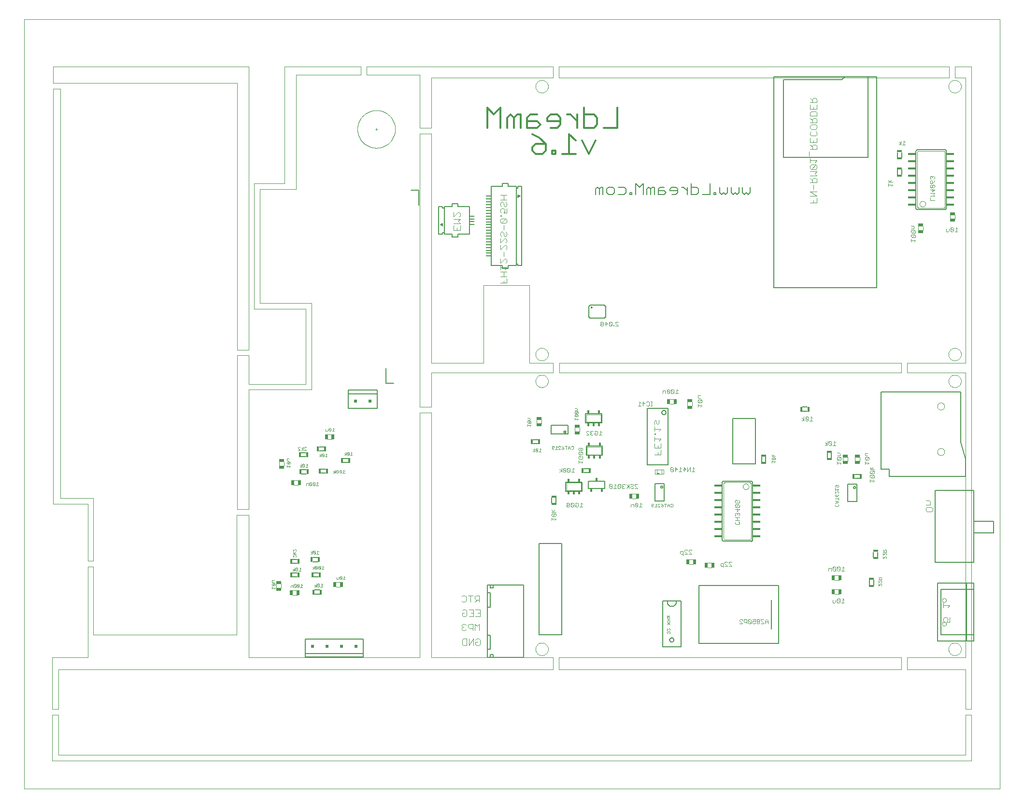
<source format=gbo>
G75*
G70*
%OFA0B0*%
%FSLAX24Y24*%
%IPPOS*%
%LPD*%
%AMOC8*
5,1,8,0,0,1.08239X$1,22.5*
%
%ADD10C,0.0040*%
%ADD11C,0.0000*%
%ADD12C,0.0120*%
%ADD13C,0.0070*%
%ADD14R,0.0197X0.0374*%
%ADD15C,0.0030*%
%ADD16C,0.0050*%
%ADD17C,0.0020*%
%ADD18C,0.0060*%
%ADD19R,0.0340X0.0160*%
%ADD20C,0.0010*%
%ADD21C,0.0001*%
%ADD22R,0.0551X0.0157*%
%ADD23C,0.0004*%
%ADD24C,0.0030*%
%ADD25R,0.0130X0.0295*%
%ADD26C,0.0080*%
%ADD27R,0.0374X0.0197*%
%ADD28R,0.0160X0.0340*%
%ADD29R,0.0180X0.0230*%
%ADD30R,0.0157X0.0089*%
%ADD31R,0.0098X0.0089*%
%ADD32R,0.0335X0.0079*%
%ADD33R,0.0200X0.0200*%
%ADD34C,0.0142*%
D10*
X017489Y013976D02*
X017489Y014256D01*
X017824Y014256D02*
X017824Y013976D01*
X018621Y013808D02*
X018902Y013808D01*
X018902Y013473D02*
X018621Y013473D01*
X021613Y014030D02*
X021894Y014030D01*
X021894Y014365D02*
X021613Y014365D01*
X030270Y013378D02*
X030346Y013454D01*
X030500Y013454D01*
X030577Y013378D01*
X030577Y013071D01*
X030500Y012994D01*
X030346Y012994D01*
X030270Y013071D01*
X030730Y013454D02*
X031037Y013454D01*
X030883Y013454D02*
X030883Y012994D01*
X031190Y012994D02*
X031344Y013147D01*
X031267Y013147D02*
X031497Y013147D01*
X031497Y012994D02*
X031497Y013454D01*
X031267Y013454D01*
X031190Y013378D01*
X031190Y013224D01*
X031267Y013147D01*
X031230Y012470D02*
X031537Y012470D01*
X031537Y012010D01*
X031230Y012010D01*
X031076Y012010D02*
X030769Y012010D01*
X030616Y012086D02*
X030539Y012010D01*
X030386Y012010D01*
X030309Y012086D01*
X030309Y012240D01*
X030462Y012240D01*
X030309Y012393D02*
X030386Y012470D01*
X030539Y012470D01*
X030616Y012393D01*
X030616Y012086D01*
X030923Y012240D02*
X031076Y012240D01*
X031076Y012470D02*
X031076Y012010D01*
X031383Y012240D02*
X031537Y012240D01*
X031076Y012470D02*
X030769Y012470D01*
X030807Y011486D02*
X030730Y011409D01*
X030730Y011256D01*
X030807Y011179D01*
X031037Y011179D01*
X031037Y011026D02*
X031037Y011486D01*
X030807Y011486D01*
X030577Y011409D02*
X030500Y011486D01*
X030346Y011486D01*
X030270Y011409D01*
X030270Y011332D01*
X030346Y011256D01*
X030270Y011179D01*
X030270Y011102D01*
X030346Y011026D01*
X030500Y011026D01*
X030577Y011102D01*
X030423Y011256D02*
X030346Y011256D01*
X030386Y010462D02*
X030309Y010386D01*
X030309Y010079D01*
X030386Y010002D01*
X030616Y010002D01*
X030616Y010462D01*
X030386Y010462D01*
X030769Y010462D02*
X030769Y010002D01*
X031076Y010462D01*
X031076Y010002D01*
X031230Y010079D02*
X031230Y010232D01*
X031383Y010232D01*
X031230Y010079D02*
X031306Y010002D01*
X031460Y010002D01*
X031537Y010079D01*
X031537Y010386D01*
X031460Y010462D01*
X031306Y010462D01*
X031230Y010386D01*
X031190Y011026D02*
X031190Y011486D01*
X031344Y011332D01*
X031497Y011486D01*
X031497Y011026D01*
X042046Y020132D02*
X042327Y020132D01*
X042327Y020467D02*
X042046Y020467D01*
X043624Y021852D02*
X043624Y022128D01*
X044214Y022128D01*
X044214Y021852D01*
X043624Y021852D01*
X043742Y021872D02*
X043742Y022108D01*
X043840Y022128D02*
X043998Y022128D01*
X044096Y022108D02*
X044096Y021872D01*
X043998Y021852D02*
X043840Y021852D01*
X043801Y023185D02*
X043801Y023338D01*
X043571Y023185D02*
X044031Y023185D01*
X044031Y023492D01*
X044031Y023645D02*
X043571Y023645D01*
X043571Y023952D01*
X043571Y024105D02*
X043571Y024412D01*
X043571Y024259D02*
X044031Y024259D01*
X043878Y024105D01*
X044031Y023952D02*
X044031Y023645D01*
X043801Y023645D02*
X043801Y023798D01*
X043648Y024566D02*
X043648Y024643D01*
X043571Y024643D01*
X043571Y024566D01*
X043648Y024566D01*
X043571Y024796D02*
X043571Y025103D01*
X043571Y025256D02*
X043571Y025487D01*
X043648Y025563D01*
X043724Y025487D01*
X043724Y025333D01*
X043801Y025256D01*
X043878Y025333D01*
X043878Y025563D01*
X044031Y024949D02*
X043571Y024949D01*
X043878Y024796D02*
X044031Y024949D01*
X044645Y026667D02*
X044925Y026667D01*
X044925Y027002D02*
X044645Y027002D01*
X045835Y026815D02*
X045835Y026535D01*
X046170Y026535D02*
X046170Y026815D01*
X038415Y025043D02*
X038415Y024763D01*
X038080Y024763D02*
X038080Y025043D01*
X035777Y025314D02*
X035777Y025594D01*
X035442Y025594D02*
X035442Y025314D01*
X033398Y035026D02*
X032937Y035026D01*
X033167Y035026D02*
X033167Y035179D01*
X033398Y035026D02*
X033398Y035333D01*
X033398Y035486D02*
X032937Y035486D01*
X033167Y035486D02*
X033167Y035793D01*
X033244Y035947D02*
X033398Y036100D01*
X032937Y036100D01*
X032937Y035947D02*
X032937Y036254D01*
X032937Y036407D02*
X033244Y036714D01*
X033321Y036714D01*
X033398Y036637D01*
X033398Y036484D01*
X033321Y036407D01*
X032937Y036407D02*
X032937Y036714D01*
X033167Y036867D02*
X033167Y037174D01*
X033321Y037328D02*
X033398Y037404D01*
X033398Y037558D01*
X033321Y037635D01*
X033244Y037635D01*
X032937Y037328D01*
X032937Y037635D01*
X032937Y037788D02*
X033244Y038095D01*
X033321Y038095D01*
X033398Y038018D01*
X033398Y037865D01*
X033321Y037788D01*
X032937Y037788D02*
X032937Y038095D01*
X033014Y038249D02*
X032937Y038325D01*
X032937Y038479D01*
X033014Y038555D01*
X033091Y038555D01*
X033167Y038479D01*
X033167Y038325D01*
X033244Y038249D01*
X033321Y038249D01*
X033398Y038325D01*
X033398Y038479D01*
X033321Y038555D01*
X033167Y038709D02*
X033167Y039016D01*
X033014Y039169D02*
X033321Y039476D01*
X033014Y039476D01*
X032937Y039400D01*
X032937Y039246D01*
X033014Y039169D01*
X033321Y039169D01*
X033398Y039246D01*
X033398Y039400D01*
X033321Y039476D01*
X033014Y039630D02*
X033014Y039706D01*
X032937Y039706D01*
X032937Y039630D01*
X033014Y039630D01*
X033014Y039860D02*
X032937Y039937D01*
X032937Y040090D01*
X033014Y040167D01*
X033167Y040167D01*
X033244Y040090D01*
X033244Y040013D01*
X033167Y039860D01*
X033398Y039860D01*
X033398Y040167D01*
X033321Y040320D02*
X033244Y040320D01*
X033167Y040397D01*
X033167Y040550D01*
X033091Y040627D01*
X033014Y040627D01*
X032937Y040550D01*
X032937Y040397D01*
X033014Y040320D01*
X033321Y040320D02*
X033398Y040397D01*
X033398Y040550D01*
X033321Y040627D01*
X033398Y040781D02*
X032937Y040781D01*
X033167Y040781D02*
X033167Y041088D01*
X032937Y041088D02*
X033398Y041088D01*
X030177Y039835D02*
X030177Y039681D01*
X030100Y039605D01*
X030177Y039451D02*
X029716Y039451D01*
X029716Y039605D02*
X030023Y039912D01*
X030100Y039912D01*
X030177Y039835D01*
X030177Y039451D02*
X030023Y039298D01*
X030177Y039144D01*
X029716Y039144D01*
X029716Y038991D02*
X029716Y038684D01*
X030177Y038684D01*
X030177Y038991D01*
X029946Y038837D02*
X029946Y038684D01*
X029716Y039605D02*
X029716Y039912D01*
X032937Y035793D02*
X033398Y035793D01*
X021303Y024561D02*
X021023Y024561D01*
X021023Y024226D02*
X021303Y024226D01*
X018021Y022681D02*
X018021Y022401D01*
X017686Y022401D02*
X017686Y022681D01*
X018700Y021407D02*
X018980Y021407D01*
X018980Y021072D02*
X018700Y021072D01*
X045980Y015944D02*
X046260Y015944D01*
X046260Y015609D02*
X045980Y015609D01*
X047239Y015714D02*
X047520Y015714D01*
X047520Y015379D02*
X047239Y015379D01*
X056023Y014832D02*
X056303Y014832D01*
X056303Y014497D02*
X056023Y014497D01*
X056023Y013887D02*
X056303Y013887D01*
X056303Y013552D02*
X056023Y013552D01*
X062309Y019307D02*
X062309Y019461D01*
X062386Y019538D01*
X062693Y019538D01*
X062769Y019461D01*
X062769Y019307D01*
X062693Y019231D01*
X062386Y019231D01*
X062309Y019307D01*
X062309Y019691D02*
X062616Y019691D01*
X062616Y019921D01*
X062539Y019998D01*
X062309Y019998D01*
X057750Y022716D02*
X057750Y022996D01*
X057415Y022996D02*
X057415Y022716D01*
X056924Y022716D02*
X056924Y022996D01*
X056589Y022996D02*
X056589Y022716D01*
X063506Y012921D02*
X063506Y012614D01*
X063506Y012768D02*
X063966Y012768D01*
X063813Y012614D01*
X063736Y011921D02*
X063583Y011921D01*
X063506Y011845D01*
X063506Y011691D01*
X063583Y011614D01*
X063736Y011614D02*
X063813Y011768D01*
X063813Y011845D01*
X063736Y011921D01*
X063966Y011921D02*
X063966Y011614D01*
X063736Y011614D01*
X062120Y038661D02*
X062120Y038941D01*
X061785Y038941D02*
X061785Y038661D01*
X063985Y039448D02*
X063985Y039728D01*
X064320Y039728D02*
X064320Y039448D01*
X054789Y040584D02*
X054789Y040891D01*
X054789Y041045D02*
X054329Y041352D01*
X054789Y041352D01*
X054559Y041505D02*
X054559Y041812D01*
X054482Y041966D02*
X054482Y042196D01*
X054559Y042273D01*
X054712Y042273D01*
X054789Y042196D01*
X054789Y041966D01*
X054329Y041966D01*
X054482Y042119D02*
X054329Y042273D01*
X054329Y042426D02*
X054789Y042426D01*
X054636Y042579D01*
X054789Y042733D01*
X054329Y042733D01*
X054405Y042886D02*
X054712Y043193D01*
X054405Y043193D01*
X054329Y043117D01*
X054329Y042963D01*
X054405Y042886D01*
X054712Y042886D01*
X054789Y042963D01*
X054789Y043117D01*
X054712Y043193D01*
X054636Y043347D02*
X054789Y043500D01*
X054329Y043500D01*
X054329Y043347D02*
X054329Y043654D01*
X054252Y043807D02*
X054252Y044114D01*
X054329Y044268D02*
X054789Y044268D01*
X054789Y044498D01*
X054712Y044574D01*
X054559Y044574D01*
X054482Y044498D01*
X054482Y044268D01*
X054482Y044421D02*
X054329Y044574D01*
X054329Y044728D02*
X054329Y045035D01*
X054405Y045188D02*
X054329Y045265D01*
X054329Y045419D01*
X054405Y045495D01*
X054405Y045649D02*
X054329Y045725D01*
X054329Y045879D01*
X054405Y045956D01*
X054712Y045956D01*
X054789Y045879D01*
X054789Y045725D01*
X054712Y045649D01*
X054405Y045649D01*
X054712Y045495D02*
X054789Y045419D01*
X054789Y045265D01*
X054712Y045188D01*
X054405Y045188D01*
X054559Y044881D02*
X054559Y044728D01*
X054789Y044728D02*
X054329Y044728D01*
X054789Y044728D02*
X054789Y045035D01*
X054789Y046109D02*
X054329Y046109D01*
X054482Y046109D02*
X054482Y046339D01*
X054559Y046416D01*
X054712Y046416D01*
X054789Y046339D01*
X054789Y046109D01*
X054482Y046263D02*
X054329Y046416D01*
X054329Y046570D02*
X054329Y046800D01*
X054405Y046876D01*
X054712Y046876D01*
X054789Y046800D01*
X054789Y046570D01*
X054329Y046570D01*
X054329Y047030D02*
X054329Y047337D01*
X054329Y047490D02*
X054789Y047490D01*
X054789Y047720D01*
X054712Y047797D01*
X054559Y047797D01*
X054482Y047720D01*
X054482Y047490D01*
X054482Y047644D02*
X054329Y047797D01*
X054789Y047337D02*
X054789Y047030D01*
X054329Y047030D01*
X054559Y047030D02*
X054559Y047183D01*
X054329Y041045D02*
X054789Y041045D01*
X054559Y040738D02*
X054559Y040584D01*
X054329Y040584D02*
X054789Y040584D01*
D11*
X000100Y053250D02*
X000100Y000100D01*
X067423Y000100D01*
X067423Y053250D01*
X000100Y053250D01*
X002069Y049982D02*
X002069Y048840D01*
X014785Y048840D01*
X014785Y030415D01*
X015572Y030415D01*
X015572Y049982D01*
X002069Y049982D01*
X002069Y048446D02*
X002580Y048446D01*
X002580Y020179D01*
X004864Y020179D01*
X004864Y015848D01*
X004470Y015848D01*
X004470Y019785D01*
X002069Y019785D01*
X002069Y048446D01*
X015966Y041911D02*
X015966Y033250D01*
X019509Y033250D01*
X019509Y028053D01*
X015572Y028053D01*
X015572Y030021D01*
X014785Y030021D01*
X014785Y019391D01*
X015572Y019391D01*
X015572Y027659D01*
X019903Y027659D01*
X019903Y033643D01*
X016360Y033643D01*
X016360Y041517D01*
X018840Y041517D01*
X018840Y049391D01*
X023328Y049391D01*
X023328Y049982D01*
X018053Y049982D01*
X018053Y041911D01*
X015966Y041911D01*
X024313Y045651D02*
X024470Y045651D01*
X023092Y045651D02*
X023094Y045723D01*
X023100Y045794D01*
X023110Y045865D01*
X023123Y045935D01*
X023141Y046004D01*
X023162Y046073D01*
X023187Y046140D01*
X023216Y046205D01*
X023249Y046269D01*
X023284Y046331D01*
X023324Y046391D01*
X023366Y046449D01*
X023411Y046504D01*
X023460Y046557D01*
X023511Y046607D01*
X023565Y046654D01*
X023622Y046698D01*
X023681Y046738D01*
X023741Y046776D01*
X023804Y046810D01*
X023869Y046841D01*
X023936Y046868D01*
X024003Y046891D01*
X024072Y046910D01*
X024142Y046926D01*
X024213Y046938D01*
X024284Y046946D01*
X024355Y046950D01*
X024427Y046950D01*
X024498Y046946D01*
X024569Y046938D01*
X024640Y046926D01*
X024710Y046910D01*
X024779Y046891D01*
X024846Y046868D01*
X024913Y046841D01*
X024978Y046810D01*
X025040Y046776D01*
X025101Y046738D01*
X025160Y046698D01*
X025217Y046654D01*
X025271Y046607D01*
X025322Y046557D01*
X025371Y046504D01*
X025416Y046449D01*
X025458Y046391D01*
X025498Y046331D01*
X025533Y046269D01*
X025566Y046205D01*
X025595Y046140D01*
X025620Y046073D01*
X025641Y046004D01*
X025659Y045935D01*
X025672Y045865D01*
X025682Y045794D01*
X025688Y045723D01*
X025690Y045651D01*
X025688Y045579D01*
X025682Y045508D01*
X025672Y045437D01*
X025659Y045367D01*
X025641Y045298D01*
X025620Y045229D01*
X025595Y045162D01*
X025566Y045097D01*
X025533Y045033D01*
X025498Y044971D01*
X025458Y044911D01*
X025416Y044853D01*
X025371Y044798D01*
X025322Y044745D01*
X025271Y044695D01*
X025217Y044648D01*
X025160Y044604D01*
X025101Y044564D01*
X025041Y044526D01*
X024978Y044492D01*
X024913Y044461D01*
X024846Y044434D01*
X024779Y044411D01*
X024710Y044392D01*
X024640Y044376D01*
X024569Y044364D01*
X024498Y044356D01*
X024427Y044352D01*
X024355Y044352D01*
X024284Y044356D01*
X024213Y044364D01*
X024142Y044376D01*
X024072Y044392D01*
X024003Y044411D01*
X023936Y044434D01*
X023869Y044461D01*
X023804Y044492D01*
X023741Y044526D01*
X023681Y044564D01*
X023622Y044604D01*
X023565Y044648D01*
X023511Y044695D01*
X023460Y044745D01*
X023411Y044798D01*
X023366Y044853D01*
X023324Y044911D01*
X023284Y044971D01*
X023249Y045033D01*
X023216Y045097D01*
X023187Y045162D01*
X023162Y045229D01*
X023141Y045298D01*
X023123Y045367D01*
X023110Y045437D01*
X023100Y045508D01*
X023094Y045579D01*
X023092Y045651D01*
X024391Y045572D02*
X024391Y045730D01*
X027383Y045730D02*
X028171Y045730D01*
X028171Y049194D01*
X036596Y049194D01*
X036596Y049982D01*
X023722Y049982D01*
X023722Y049391D01*
X027383Y049391D01*
X027383Y045730D01*
X027383Y045336D02*
X028171Y045336D01*
X028171Y029509D01*
X031793Y029509D01*
X031793Y034864D01*
X034943Y034864D01*
X034943Y029509D01*
X036596Y029509D01*
X036596Y028840D01*
X028171Y028840D01*
X028171Y026478D01*
X027383Y026478D01*
X027383Y045336D01*
X035376Y048604D02*
X035378Y048645D01*
X035384Y048686D01*
X035394Y048726D01*
X035407Y048765D01*
X035424Y048802D01*
X035445Y048838D01*
X035469Y048872D01*
X035496Y048903D01*
X035525Y048931D01*
X035558Y048957D01*
X035592Y048979D01*
X035629Y048998D01*
X035667Y049013D01*
X035707Y049025D01*
X035747Y049033D01*
X035788Y049037D01*
X035830Y049037D01*
X035871Y049033D01*
X035911Y049025D01*
X035951Y049013D01*
X035989Y048998D01*
X036025Y048979D01*
X036060Y048957D01*
X036093Y048931D01*
X036122Y048903D01*
X036149Y048872D01*
X036173Y048838D01*
X036194Y048802D01*
X036211Y048765D01*
X036224Y048726D01*
X036234Y048686D01*
X036240Y048645D01*
X036242Y048604D01*
X036240Y048563D01*
X036234Y048522D01*
X036224Y048482D01*
X036211Y048443D01*
X036194Y048406D01*
X036173Y048370D01*
X036149Y048336D01*
X036122Y048305D01*
X036093Y048277D01*
X036060Y048251D01*
X036026Y048229D01*
X035989Y048210D01*
X035951Y048195D01*
X035911Y048183D01*
X035871Y048175D01*
X035830Y048171D01*
X035788Y048171D01*
X035747Y048175D01*
X035707Y048183D01*
X035667Y048195D01*
X035629Y048210D01*
X035593Y048229D01*
X035558Y048251D01*
X035525Y048277D01*
X035496Y048305D01*
X035469Y048336D01*
X035445Y048370D01*
X035424Y048406D01*
X035407Y048443D01*
X035394Y048482D01*
X035384Y048522D01*
X035378Y048563D01*
X035376Y048604D01*
X036990Y049194D02*
X036990Y049982D01*
X063919Y049982D01*
X063919Y049194D01*
X036990Y049194D01*
X035376Y030100D02*
X035378Y030141D01*
X035384Y030182D01*
X035394Y030222D01*
X035407Y030261D01*
X035424Y030298D01*
X035445Y030334D01*
X035469Y030368D01*
X035496Y030399D01*
X035525Y030427D01*
X035558Y030453D01*
X035592Y030475D01*
X035629Y030494D01*
X035667Y030509D01*
X035707Y030521D01*
X035747Y030529D01*
X035788Y030533D01*
X035830Y030533D01*
X035871Y030529D01*
X035911Y030521D01*
X035951Y030509D01*
X035989Y030494D01*
X036025Y030475D01*
X036060Y030453D01*
X036093Y030427D01*
X036122Y030399D01*
X036149Y030368D01*
X036173Y030334D01*
X036194Y030298D01*
X036211Y030261D01*
X036224Y030222D01*
X036234Y030182D01*
X036240Y030141D01*
X036242Y030100D01*
X036240Y030059D01*
X036234Y030018D01*
X036224Y029978D01*
X036211Y029939D01*
X036194Y029902D01*
X036173Y029866D01*
X036149Y029832D01*
X036122Y029801D01*
X036093Y029773D01*
X036060Y029747D01*
X036026Y029725D01*
X035989Y029706D01*
X035951Y029691D01*
X035911Y029679D01*
X035871Y029671D01*
X035830Y029667D01*
X035788Y029667D01*
X035747Y029671D01*
X035707Y029679D01*
X035667Y029691D01*
X035629Y029706D01*
X035593Y029725D01*
X035558Y029747D01*
X035525Y029773D01*
X035496Y029801D01*
X035469Y029832D01*
X035445Y029866D01*
X035424Y029902D01*
X035407Y029939D01*
X035394Y029978D01*
X035384Y030018D01*
X035378Y030059D01*
X035376Y030100D01*
X037029Y029509D02*
X037029Y028840D01*
X060612Y028840D01*
X060612Y029509D01*
X037029Y029509D01*
X035376Y028250D02*
X035378Y028291D01*
X035384Y028332D01*
X035394Y028372D01*
X035407Y028411D01*
X035424Y028448D01*
X035445Y028484D01*
X035469Y028518D01*
X035496Y028549D01*
X035525Y028577D01*
X035558Y028603D01*
X035592Y028625D01*
X035629Y028644D01*
X035667Y028659D01*
X035707Y028671D01*
X035747Y028679D01*
X035788Y028683D01*
X035830Y028683D01*
X035871Y028679D01*
X035911Y028671D01*
X035951Y028659D01*
X035989Y028644D01*
X036025Y028625D01*
X036060Y028603D01*
X036093Y028577D01*
X036122Y028549D01*
X036149Y028518D01*
X036173Y028484D01*
X036194Y028448D01*
X036211Y028411D01*
X036224Y028372D01*
X036234Y028332D01*
X036240Y028291D01*
X036242Y028250D01*
X036240Y028209D01*
X036234Y028168D01*
X036224Y028128D01*
X036211Y028089D01*
X036194Y028052D01*
X036173Y028016D01*
X036149Y027982D01*
X036122Y027951D01*
X036093Y027923D01*
X036060Y027897D01*
X036026Y027875D01*
X035989Y027856D01*
X035951Y027841D01*
X035911Y027829D01*
X035871Y027821D01*
X035830Y027817D01*
X035788Y027817D01*
X035747Y027821D01*
X035707Y027829D01*
X035667Y027841D01*
X035629Y027856D01*
X035593Y027875D01*
X035558Y027897D01*
X035525Y027923D01*
X035496Y027951D01*
X035469Y027982D01*
X035445Y028016D01*
X035424Y028052D01*
X035407Y028089D01*
X035394Y028128D01*
X035384Y028168D01*
X035378Y028209D01*
X035376Y028250D01*
X028171Y026084D02*
X027383Y026084D01*
X027383Y009155D01*
X015572Y009155D01*
X015572Y018998D01*
X014746Y018998D01*
X014746Y010730D01*
X004864Y010730D01*
X004864Y015454D01*
X004470Y015454D01*
X004470Y009155D01*
X002029Y009155D01*
X002029Y005612D01*
X002462Y005612D01*
X002462Y008328D01*
X036596Y008328D01*
X036596Y009155D01*
X028171Y009155D01*
X028171Y026084D01*
X035376Y009746D02*
X035378Y009787D01*
X035384Y009828D01*
X035394Y009868D01*
X035407Y009907D01*
X035424Y009944D01*
X035445Y009980D01*
X035469Y010014D01*
X035496Y010045D01*
X035525Y010073D01*
X035558Y010099D01*
X035592Y010121D01*
X035629Y010140D01*
X035667Y010155D01*
X035707Y010167D01*
X035747Y010175D01*
X035788Y010179D01*
X035830Y010179D01*
X035871Y010175D01*
X035911Y010167D01*
X035951Y010155D01*
X035989Y010140D01*
X036025Y010121D01*
X036060Y010099D01*
X036093Y010073D01*
X036122Y010045D01*
X036149Y010014D01*
X036173Y009980D01*
X036194Y009944D01*
X036211Y009907D01*
X036224Y009868D01*
X036234Y009828D01*
X036240Y009787D01*
X036242Y009746D01*
X036240Y009705D01*
X036234Y009664D01*
X036224Y009624D01*
X036211Y009585D01*
X036194Y009548D01*
X036173Y009512D01*
X036149Y009478D01*
X036122Y009447D01*
X036093Y009419D01*
X036060Y009393D01*
X036026Y009371D01*
X035989Y009352D01*
X035951Y009337D01*
X035911Y009325D01*
X035871Y009317D01*
X035830Y009313D01*
X035788Y009313D01*
X035747Y009317D01*
X035707Y009325D01*
X035667Y009337D01*
X035629Y009352D01*
X035593Y009371D01*
X035558Y009393D01*
X035525Y009419D01*
X035496Y009447D01*
X035469Y009478D01*
X035445Y009512D01*
X035424Y009548D01*
X035407Y009585D01*
X035394Y009624D01*
X035384Y009664D01*
X035378Y009705D01*
X035376Y009746D01*
X036990Y009155D02*
X036990Y008328D01*
X060612Y008328D01*
X060612Y009155D01*
X036990Y009155D01*
X061006Y009155D02*
X061006Y008328D01*
X065061Y008328D01*
X065061Y005612D01*
X065454Y005612D01*
X065454Y049982D01*
X064313Y049982D01*
X064313Y049194D01*
X065061Y049194D01*
X065061Y029509D01*
X061006Y029509D01*
X061006Y028840D01*
X065061Y028840D01*
X065061Y009155D01*
X061006Y009155D01*
X063436Y011488D02*
X063438Y011511D01*
X063444Y011534D01*
X063454Y011555D01*
X063467Y011575D01*
X063483Y011592D01*
X063502Y011606D01*
X063523Y011616D01*
X063545Y011623D01*
X063568Y011626D01*
X063592Y011625D01*
X063614Y011620D01*
X063636Y011611D01*
X063656Y011599D01*
X063674Y011583D01*
X063688Y011565D01*
X063700Y011545D01*
X063708Y011523D01*
X063712Y011500D01*
X063712Y011476D01*
X063708Y011453D01*
X063700Y011431D01*
X063688Y011411D01*
X063674Y011393D01*
X063656Y011377D01*
X063636Y011365D01*
X063614Y011356D01*
X063592Y011351D01*
X063568Y011350D01*
X063545Y011353D01*
X063523Y011360D01*
X063502Y011370D01*
X063483Y011384D01*
X063467Y011401D01*
X063454Y011421D01*
X063444Y011442D01*
X063438Y011465D01*
X063436Y011488D01*
X063436Y013122D02*
X063438Y013145D01*
X063444Y013168D01*
X063454Y013189D01*
X063467Y013209D01*
X063483Y013226D01*
X063502Y013240D01*
X063523Y013250D01*
X063545Y013257D01*
X063568Y013260D01*
X063592Y013259D01*
X063614Y013254D01*
X063636Y013245D01*
X063656Y013233D01*
X063674Y013217D01*
X063688Y013199D01*
X063700Y013179D01*
X063708Y013157D01*
X063712Y013134D01*
X063712Y013110D01*
X063708Y013087D01*
X063700Y013065D01*
X063688Y013045D01*
X063674Y013027D01*
X063656Y013011D01*
X063636Y012999D01*
X063614Y012990D01*
X063592Y012985D01*
X063568Y012984D01*
X063545Y012987D01*
X063523Y012994D01*
X063502Y013004D01*
X063483Y013018D01*
X063467Y013035D01*
X063454Y013055D01*
X063444Y013076D01*
X063438Y013099D01*
X063436Y013122D01*
X063880Y009746D02*
X063882Y009787D01*
X063888Y009828D01*
X063898Y009868D01*
X063911Y009907D01*
X063928Y009944D01*
X063949Y009980D01*
X063973Y010014D01*
X064000Y010045D01*
X064029Y010073D01*
X064062Y010099D01*
X064096Y010121D01*
X064133Y010140D01*
X064171Y010155D01*
X064211Y010167D01*
X064251Y010175D01*
X064292Y010179D01*
X064334Y010179D01*
X064375Y010175D01*
X064415Y010167D01*
X064455Y010155D01*
X064493Y010140D01*
X064529Y010121D01*
X064564Y010099D01*
X064597Y010073D01*
X064626Y010045D01*
X064653Y010014D01*
X064677Y009980D01*
X064698Y009944D01*
X064715Y009907D01*
X064728Y009868D01*
X064738Y009828D01*
X064744Y009787D01*
X064746Y009746D01*
X064744Y009705D01*
X064738Y009664D01*
X064728Y009624D01*
X064715Y009585D01*
X064698Y009548D01*
X064677Y009512D01*
X064653Y009478D01*
X064626Y009447D01*
X064597Y009419D01*
X064564Y009393D01*
X064530Y009371D01*
X064493Y009352D01*
X064455Y009337D01*
X064415Y009325D01*
X064375Y009317D01*
X064334Y009313D01*
X064292Y009313D01*
X064251Y009317D01*
X064211Y009325D01*
X064171Y009337D01*
X064133Y009352D01*
X064097Y009371D01*
X064062Y009393D01*
X064029Y009419D01*
X064000Y009447D01*
X063973Y009478D01*
X063949Y009512D01*
X063928Y009548D01*
X063911Y009585D01*
X063898Y009624D01*
X063888Y009664D01*
X063882Y009705D01*
X063880Y009746D01*
X065061Y005218D02*
X065454Y005218D01*
X065454Y002029D01*
X002029Y002029D01*
X002029Y005218D01*
X002462Y005218D01*
X002462Y002423D01*
X065061Y002423D01*
X065061Y005218D01*
X063102Y023368D02*
X063104Y023399D01*
X063110Y023429D01*
X063119Y023459D01*
X063132Y023487D01*
X063149Y023513D01*
X063169Y023536D01*
X063191Y023558D01*
X063216Y023576D01*
X063243Y023591D01*
X063272Y023602D01*
X063302Y023610D01*
X063333Y023614D01*
X063363Y023614D01*
X063394Y023610D01*
X063424Y023602D01*
X063453Y023591D01*
X063480Y023576D01*
X063505Y023558D01*
X063527Y023536D01*
X063547Y023513D01*
X063564Y023487D01*
X063577Y023459D01*
X063586Y023429D01*
X063592Y023399D01*
X063594Y023368D01*
X063592Y023337D01*
X063586Y023307D01*
X063577Y023277D01*
X063564Y023249D01*
X063547Y023223D01*
X063527Y023200D01*
X063505Y023178D01*
X063480Y023160D01*
X063453Y023145D01*
X063424Y023134D01*
X063394Y023126D01*
X063363Y023122D01*
X063333Y023122D01*
X063302Y023126D01*
X063272Y023134D01*
X063243Y023145D01*
X063216Y023160D01*
X063191Y023178D01*
X063169Y023200D01*
X063149Y023223D01*
X063132Y023249D01*
X063119Y023277D01*
X063110Y023307D01*
X063104Y023337D01*
X063102Y023368D01*
X063102Y026517D02*
X063104Y026548D01*
X063110Y026578D01*
X063119Y026608D01*
X063132Y026636D01*
X063149Y026662D01*
X063169Y026685D01*
X063191Y026707D01*
X063216Y026725D01*
X063243Y026740D01*
X063272Y026751D01*
X063302Y026759D01*
X063333Y026763D01*
X063363Y026763D01*
X063394Y026759D01*
X063424Y026751D01*
X063453Y026740D01*
X063480Y026725D01*
X063505Y026707D01*
X063527Y026685D01*
X063547Y026662D01*
X063564Y026636D01*
X063577Y026608D01*
X063586Y026578D01*
X063592Y026548D01*
X063594Y026517D01*
X063592Y026486D01*
X063586Y026456D01*
X063577Y026426D01*
X063564Y026398D01*
X063547Y026372D01*
X063527Y026349D01*
X063505Y026327D01*
X063480Y026309D01*
X063453Y026294D01*
X063424Y026283D01*
X063394Y026275D01*
X063363Y026271D01*
X063333Y026271D01*
X063302Y026275D01*
X063272Y026283D01*
X063243Y026294D01*
X063216Y026309D01*
X063191Y026327D01*
X063169Y026349D01*
X063149Y026372D01*
X063132Y026398D01*
X063119Y026426D01*
X063110Y026456D01*
X063104Y026486D01*
X063102Y026517D01*
X063880Y028250D02*
X063882Y028291D01*
X063888Y028332D01*
X063898Y028372D01*
X063911Y028411D01*
X063928Y028448D01*
X063949Y028484D01*
X063973Y028518D01*
X064000Y028549D01*
X064029Y028577D01*
X064062Y028603D01*
X064096Y028625D01*
X064133Y028644D01*
X064171Y028659D01*
X064211Y028671D01*
X064251Y028679D01*
X064292Y028683D01*
X064334Y028683D01*
X064375Y028679D01*
X064415Y028671D01*
X064455Y028659D01*
X064493Y028644D01*
X064529Y028625D01*
X064564Y028603D01*
X064597Y028577D01*
X064626Y028549D01*
X064653Y028518D01*
X064677Y028484D01*
X064698Y028448D01*
X064715Y028411D01*
X064728Y028372D01*
X064738Y028332D01*
X064744Y028291D01*
X064746Y028250D01*
X064744Y028209D01*
X064738Y028168D01*
X064728Y028128D01*
X064715Y028089D01*
X064698Y028052D01*
X064677Y028016D01*
X064653Y027982D01*
X064626Y027951D01*
X064597Y027923D01*
X064564Y027897D01*
X064530Y027875D01*
X064493Y027856D01*
X064455Y027841D01*
X064415Y027829D01*
X064375Y027821D01*
X064334Y027817D01*
X064292Y027817D01*
X064251Y027821D01*
X064211Y027829D01*
X064171Y027841D01*
X064133Y027856D01*
X064097Y027875D01*
X064062Y027897D01*
X064029Y027923D01*
X064000Y027951D01*
X063973Y027982D01*
X063949Y028016D01*
X063928Y028052D01*
X063911Y028089D01*
X063898Y028128D01*
X063888Y028168D01*
X063882Y028209D01*
X063880Y028250D01*
X063880Y030100D02*
X063882Y030141D01*
X063888Y030182D01*
X063898Y030222D01*
X063911Y030261D01*
X063928Y030298D01*
X063949Y030334D01*
X063973Y030368D01*
X064000Y030399D01*
X064029Y030427D01*
X064062Y030453D01*
X064096Y030475D01*
X064133Y030494D01*
X064171Y030509D01*
X064211Y030521D01*
X064251Y030529D01*
X064292Y030533D01*
X064334Y030533D01*
X064375Y030529D01*
X064415Y030521D01*
X064455Y030509D01*
X064493Y030494D01*
X064529Y030475D01*
X064564Y030453D01*
X064597Y030427D01*
X064626Y030399D01*
X064653Y030368D01*
X064677Y030334D01*
X064698Y030298D01*
X064715Y030261D01*
X064728Y030222D01*
X064738Y030182D01*
X064744Y030141D01*
X064746Y030100D01*
X064744Y030059D01*
X064738Y030018D01*
X064728Y029978D01*
X064715Y029939D01*
X064698Y029902D01*
X064677Y029866D01*
X064653Y029832D01*
X064626Y029801D01*
X064597Y029773D01*
X064564Y029747D01*
X064530Y029725D01*
X064493Y029706D01*
X064455Y029691D01*
X064415Y029679D01*
X064375Y029671D01*
X064334Y029667D01*
X064292Y029667D01*
X064251Y029671D01*
X064211Y029679D01*
X064171Y029691D01*
X064133Y029706D01*
X064097Y029725D01*
X064062Y029747D01*
X064029Y029773D01*
X064000Y029801D01*
X063973Y029832D01*
X063949Y029866D01*
X063928Y029902D01*
X063911Y029939D01*
X063898Y029978D01*
X063888Y030018D01*
X063882Y030059D01*
X063880Y030100D01*
X063880Y048604D02*
X063882Y048645D01*
X063888Y048686D01*
X063898Y048726D01*
X063911Y048765D01*
X063928Y048802D01*
X063949Y048838D01*
X063973Y048872D01*
X064000Y048903D01*
X064029Y048931D01*
X064062Y048957D01*
X064096Y048979D01*
X064133Y048998D01*
X064171Y049013D01*
X064211Y049025D01*
X064251Y049033D01*
X064292Y049037D01*
X064334Y049037D01*
X064375Y049033D01*
X064415Y049025D01*
X064455Y049013D01*
X064493Y048998D01*
X064529Y048979D01*
X064564Y048957D01*
X064597Y048931D01*
X064626Y048903D01*
X064653Y048872D01*
X064677Y048838D01*
X064698Y048802D01*
X064715Y048765D01*
X064728Y048726D01*
X064738Y048686D01*
X064744Y048645D01*
X064746Y048604D01*
X064744Y048563D01*
X064738Y048522D01*
X064728Y048482D01*
X064715Y048443D01*
X064698Y048406D01*
X064677Y048370D01*
X064653Y048336D01*
X064626Y048305D01*
X064597Y048277D01*
X064564Y048251D01*
X064530Y048229D01*
X064493Y048210D01*
X064455Y048195D01*
X064415Y048183D01*
X064375Y048175D01*
X064334Y048171D01*
X064292Y048171D01*
X064251Y048175D01*
X064211Y048183D01*
X064171Y048195D01*
X064133Y048210D01*
X064097Y048229D01*
X064062Y048251D01*
X064029Y048277D01*
X064000Y048305D01*
X063973Y048336D01*
X063949Y048370D01*
X063928Y048406D01*
X063911Y048443D01*
X063898Y048482D01*
X063888Y048522D01*
X063882Y048563D01*
X063880Y048604D01*
D12*
X041013Y047128D02*
X041013Y045747D01*
X040093Y045747D01*
X039632Y045977D02*
X039632Y046437D01*
X039402Y046667D01*
X038712Y046667D01*
X038712Y047128D02*
X038712Y045747D01*
X039402Y045747D01*
X039632Y045977D01*
X039520Y044856D02*
X039059Y043936D01*
X038599Y044856D01*
X038139Y044856D02*
X037678Y045317D01*
X037678Y043936D01*
X037218Y043936D02*
X038139Y043936D01*
X036757Y043936D02*
X036527Y043936D01*
X036527Y044166D01*
X036757Y044166D01*
X036757Y043936D01*
X036067Y044166D02*
X036067Y044626D01*
X035376Y044626D01*
X035146Y044396D01*
X035146Y044166D01*
X035376Y043936D01*
X035837Y043936D01*
X036067Y044166D01*
X036067Y044626D02*
X035606Y045087D01*
X035146Y045317D01*
X035489Y045747D02*
X034798Y045747D01*
X034798Y046437D01*
X035028Y046667D01*
X035489Y046667D01*
X035489Y046207D02*
X034798Y046207D01*
X034338Y045747D02*
X034338Y046667D01*
X034108Y046667D01*
X033877Y046437D01*
X033647Y046667D01*
X033417Y046437D01*
X033417Y045747D01*
X032957Y045747D02*
X032957Y047128D01*
X032496Y046667D01*
X032036Y047128D01*
X032036Y045747D01*
X033877Y045747D02*
X033877Y046437D01*
X035489Y046207D02*
X035719Y045977D01*
X035489Y045747D01*
X036179Y046207D02*
X037100Y046207D01*
X037100Y045977D02*
X037100Y046437D01*
X036870Y046667D01*
X036410Y046667D01*
X036179Y046437D01*
X036179Y046207D01*
X036410Y045747D02*
X036870Y045747D01*
X037100Y045977D01*
X037561Y046667D02*
X037791Y046667D01*
X038251Y046207D01*
X038251Y045747D02*
X038251Y046667D01*
D13*
X039635Y041653D02*
X039503Y041521D01*
X039503Y041125D01*
X039767Y041125D02*
X039767Y041521D01*
X039635Y041653D01*
X039767Y041521D02*
X039898Y041653D01*
X040030Y041653D01*
X040030Y041125D01*
X040295Y041257D02*
X040295Y041521D01*
X040427Y041653D01*
X040690Y041653D01*
X040822Y041521D01*
X040822Y041257D01*
X040690Y041125D01*
X040427Y041125D01*
X040295Y041257D01*
X041087Y041125D02*
X041482Y041125D01*
X041614Y041257D01*
X041614Y041521D01*
X041482Y041653D01*
X041087Y041653D01*
X041878Y041257D02*
X041878Y041125D01*
X042010Y041125D01*
X042010Y041257D01*
X041878Y041257D01*
X042275Y041125D02*
X042275Y041916D01*
X042538Y041653D01*
X042802Y041916D01*
X042802Y041125D01*
X043066Y041125D02*
X043066Y041521D01*
X043198Y041653D01*
X043330Y041521D01*
X043330Y041125D01*
X043594Y041125D02*
X043594Y041653D01*
X043462Y041653D01*
X043330Y041521D01*
X043858Y041521D02*
X043858Y041125D01*
X044254Y041125D01*
X044385Y041257D01*
X044254Y041389D01*
X043858Y041389D01*
X043858Y041521D02*
X043990Y041653D01*
X044254Y041653D01*
X044650Y041521D02*
X044650Y041389D01*
X045177Y041389D01*
X045177Y041521D02*
X045046Y041653D01*
X044782Y041653D01*
X044650Y041521D01*
X044782Y041125D02*
X045046Y041125D01*
X045177Y041257D01*
X045177Y041521D01*
X045442Y041653D02*
X045574Y041653D01*
X045837Y041389D01*
X045837Y041125D02*
X045837Y041653D01*
X046102Y041653D02*
X046497Y041653D01*
X046629Y041521D01*
X046629Y041257D01*
X046497Y041125D01*
X046102Y041125D01*
X046102Y041916D01*
X046894Y041125D02*
X047421Y041125D01*
X047421Y041916D01*
X047685Y041257D02*
X047685Y041125D01*
X047817Y041125D01*
X047817Y041257D01*
X047685Y041257D01*
X048082Y041257D02*
X048082Y041653D01*
X048082Y041257D02*
X048213Y041125D01*
X048345Y041257D01*
X048477Y041125D01*
X048609Y041257D01*
X048609Y041653D01*
X048874Y041653D02*
X048874Y041257D01*
X049005Y041125D01*
X049137Y041257D01*
X049269Y041125D01*
X049401Y041257D01*
X049401Y041653D01*
X049665Y041653D02*
X049665Y041257D01*
X049797Y041125D01*
X049929Y041257D01*
X050061Y041125D01*
X050193Y041257D01*
X050193Y041653D01*
D14*
X045017Y026834D03*
X044557Y026834D03*
X042418Y020299D03*
X041958Y020299D03*
X045888Y015778D03*
X046348Y015778D03*
X047151Y015546D03*
X047611Y015546D03*
X055931Y014665D03*
X056391Y014665D03*
X056391Y013720D03*
X055931Y013720D03*
X021985Y014196D03*
X021525Y014196D03*
X018990Y013641D03*
X018530Y013641D03*
X018609Y021240D03*
X019069Y021240D03*
X020935Y024393D03*
X021395Y024393D03*
D15*
X037022Y022157D02*
X037168Y022060D01*
X037022Y021963D01*
X037168Y021963D02*
X037168Y022254D01*
X037269Y022205D02*
X037462Y022012D01*
X037414Y021963D01*
X037317Y021963D01*
X037269Y022012D01*
X037269Y022205D01*
X037317Y022254D01*
X037414Y022254D01*
X037462Y022205D01*
X037462Y022012D01*
X037563Y022012D02*
X037612Y021963D01*
X037709Y021963D01*
X037757Y022012D01*
X037563Y022205D01*
X037563Y022012D01*
X037563Y022205D02*
X037612Y022254D01*
X037709Y022254D01*
X037757Y022205D01*
X037757Y022012D01*
X037858Y021963D02*
X038052Y021963D01*
X037955Y021963D02*
X037955Y022254D01*
X038052Y022157D01*
X038342Y022574D02*
X038342Y022768D01*
X038342Y022671D02*
X038632Y022671D01*
X038536Y022574D01*
X038584Y022869D02*
X038391Y022869D01*
X038342Y022917D01*
X038342Y023014D01*
X038391Y023062D01*
X038487Y023062D01*
X038487Y022966D01*
X038584Y023062D02*
X038632Y023014D01*
X038632Y022917D01*
X038584Y022869D01*
X038584Y023163D02*
X038391Y023163D01*
X038584Y023357D01*
X038391Y023357D01*
X038342Y023309D01*
X038342Y023212D01*
X038391Y023163D01*
X038584Y023163D02*
X038632Y023212D01*
X038632Y023309D01*
X038584Y023357D01*
X038584Y023458D02*
X038536Y023458D01*
X038487Y023507D01*
X038487Y023603D01*
X038439Y023652D01*
X038391Y023652D01*
X038342Y023603D01*
X038342Y023507D01*
X038391Y023458D01*
X038439Y023458D01*
X038487Y023507D01*
X038487Y023603D02*
X038536Y023652D01*
X038584Y023652D01*
X038632Y023603D01*
X038632Y023507D01*
X038584Y023458D01*
X038871Y024523D02*
X039065Y024523D01*
X038871Y024717D01*
X038871Y024765D01*
X038920Y024814D01*
X039016Y024814D01*
X039065Y024765D01*
X039166Y024765D02*
X039166Y024717D01*
X039214Y024668D01*
X039166Y024620D01*
X039166Y024572D01*
X039214Y024523D01*
X039311Y024523D01*
X039359Y024572D01*
X039460Y024572D02*
X039460Y024668D01*
X039557Y024668D01*
X039460Y024572D02*
X039509Y024523D01*
X039606Y024523D01*
X039654Y024572D01*
X039654Y024765D01*
X039606Y024814D01*
X039509Y024814D01*
X039460Y024765D01*
X039359Y024765D02*
X039311Y024814D01*
X039214Y024814D01*
X039166Y024765D01*
X039214Y024668D02*
X039263Y024668D01*
X039755Y024523D02*
X039949Y024523D01*
X039852Y024523D02*
X039852Y024814D01*
X039949Y024717D01*
X042441Y026552D02*
X042635Y026552D01*
X042538Y026552D02*
X042538Y026842D01*
X042635Y026746D01*
X042736Y026697D02*
X042929Y026697D01*
X042784Y026842D01*
X042784Y026552D01*
X043031Y026600D02*
X043079Y026552D01*
X043176Y026552D01*
X043224Y026600D01*
X043224Y026794D01*
X043176Y026842D01*
X043079Y026842D01*
X043031Y026794D01*
X043324Y026842D02*
X043420Y026842D01*
X043372Y026842D02*
X043372Y026552D01*
X043420Y026552D02*
X043324Y026552D01*
X044139Y027396D02*
X044139Y027542D01*
X044188Y027590D01*
X044333Y027590D01*
X044333Y027396D01*
X044434Y027445D02*
X044482Y027396D01*
X044579Y027396D01*
X044628Y027445D01*
X044434Y027638D01*
X044434Y027445D01*
X044434Y027638D02*
X044482Y027687D01*
X044579Y027687D01*
X044628Y027638D01*
X044628Y027445D01*
X044729Y027445D02*
X044777Y027396D01*
X044874Y027396D01*
X044922Y027445D01*
X044729Y027638D01*
X044729Y027445D01*
X044922Y027445D02*
X044922Y027638D01*
X044874Y027687D01*
X044777Y027687D01*
X044729Y027638D01*
X045023Y027396D02*
X045217Y027396D01*
X045120Y027396D02*
X045120Y027687D01*
X045217Y027590D01*
X046570Y027262D02*
X046570Y027117D01*
X046618Y027068D01*
X046763Y027068D01*
X046812Y026967D02*
X046618Y026774D01*
X046570Y026822D01*
X046570Y026919D01*
X046618Y026967D01*
X046812Y026967D01*
X046860Y026919D01*
X046860Y026822D01*
X046812Y026774D01*
X046618Y026774D01*
X046570Y026673D02*
X046570Y026479D01*
X046570Y026576D02*
X046860Y026576D01*
X046763Y026479D01*
X046763Y027262D02*
X046570Y027262D01*
X041089Y032064D02*
X040895Y032257D01*
X040895Y032306D01*
X040944Y032354D01*
X041041Y032354D01*
X041089Y032306D01*
X041089Y032064D02*
X040895Y032064D01*
X040794Y032064D02*
X040746Y032064D01*
X040746Y032112D01*
X040794Y032112D01*
X040794Y032064D01*
X040647Y032112D02*
X040453Y032306D01*
X040453Y032112D01*
X040502Y032064D01*
X040599Y032064D01*
X040647Y032112D01*
X040647Y032306D01*
X040599Y032354D01*
X040502Y032354D01*
X040453Y032306D01*
X040352Y032209D02*
X040159Y032209D01*
X040058Y032257D02*
X040058Y032306D01*
X040009Y032354D01*
X039913Y032354D01*
X039864Y032306D01*
X039864Y032257D01*
X039913Y032209D01*
X040009Y032209D01*
X040058Y032257D01*
X040009Y032209D02*
X040058Y032161D01*
X040058Y032112D01*
X040009Y032064D01*
X039913Y032064D01*
X039864Y032112D01*
X039864Y032161D01*
X039913Y032209D01*
X040207Y032354D02*
X040352Y032209D01*
X040207Y032064D02*
X040207Y032354D01*
X044723Y022290D02*
X044674Y022242D01*
X044674Y022193D01*
X044723Y022145D01*
X044819Y022145D01*
X044868Y022193D01*
X044868Y022242D01*
X044819Y022290D01*
X044723Y022290D01*
X044723Y022145D02*
X044674Y022096D01*
X044674Y022048D01*
X044723Y022000D01*
X044819Y022000D01*
X044868Y022048D01*
X044868Y022096D01*
X044819Y022145D01*
X044969Y022145D02*
X045162Y022145D01*
X045017Y022290D01*
X045017Y022000D01*
X045264Y022000D02*
X045457Y022000D01*
X045360Y022000D02*
X045360Y022290D01*
X045457Y022193D01*
X045558Y022145D02*
X045752Y022145D01*
X045607Y022290D01*
X045607Y022000D01*
X045853Y022000D02*
X045853Y022290D01*
X046046Y022290D02*
X045853Y022000D01*
X046046Y022000D02*
X046046Y022290D01*
X046244Y022290D02*
X046244Y022000D01*
X046148Y022000D02*
X046341Y022000D01*
X046341Y022193D02*
X046244Y022290D01*
X049145Y019977D02*
X049193Y020026D01*
X049290Y020026D01*
X049290Y019929D01*
X049193Y019832D02*
X049145Y019881D01*
X049145Y019977D01*
X049193Y019832D02*
X049387Y019832D01*
X049435Y019881D01*
X049435Y019977D01*
X049387Y020026D01*
X049387Y019731D02*
X049193Y019538D01*
X049145Y019586D01*
X049145Y019683D01*
X049193Y019731D01*
X049387Y019731D01*
X049435Y019683D01*
X049435Y019586D01*
X049387Y019538D01*
X049193Y019538D01*
X049290Y019436D02*
X049290Y019243D01*
X049435Y019388D01*
X049145Y019388D01*
X049193Y019142D02*
X049145Y019093D01*
X049145Y018997D01*
X049193Y018948D01*
X049145Y018847D02*
X049435Y018847D01*
X049387Y018948D02*
X049435Y018997D01*
X049435Y019093D01*
X049387Y019142D01*
X049338Y019142D01*
X049290Y019093D01*
X049242Y019142D01*
X049193Y019142D01*
X049290Y019093D02*
X049290Y019045D01*
X049290Y018847D02*
X049290Y018654D01*
X049193Y018552D02*
X049145Y018504D01*
X049145Y018407D01*
X049193Y018359D01*
X049387Y018359D01*
X049435Y018407D01*
X049435Y018504D01*
X049387Y018552D01*
X049435Y018654D02*
X049145Y018654D01*
X046139Y016559D02*
X046091Y016607D01*
X045994Y016607D01*
X045946Y016559D01*
X045946Y016510D01*
X046139Y016317D01*
X045946Y016317D01*
X045845Y016317D02*
X045651Y016510D01*
X045651Y016559D01*
X045700Y016607D01*
X045796Y016607D01*
X045845Y016559D01*
X045845Y016317D02*
X045651Y016317D01*
X045550Y016317D02*
X045405Y016317D01*
X045357Y016365D01*
X045357Y016462D01*
X045405Y016510D01*
X045550Y016510D01*
X045550Y016220D01*
X048137Y015631D02*
X048137Y015535D01*
X048185Y015486D01*
X048330Y015486D01*
X048330Y015390D02*
X048330Y015680D01*
X048185Y015680D01*
X048137Y015631D01*
X048432Y015680D02*
X048432Y015728D01*
X048480Y015777D01*
X048577Y015777D01*
X048625Y015728D01*
X048726Y015728D02*
X048775Y015777D01*
X048871Y015777D01*
X048920Y015728D01*
X048726Y015728D02*
X048726Y015680D01*
X048920Y015486D01*
X048726Y015486D01*
X048625Y015486D02*
X048432Y015680D01*
X048432Y015486D02*
X048625Y015486D01*
X049505Y011789D02*
X049601Y011789D01*
X049650Y011741D01*
X049751Y011741D02*
X049751Y011644D01*
X049799Y011596D01*
X049944Y011596D01*
X049944Y011499D02*
X049944Y011789D01*
X049799Y011789D01*
X049751Y011741D01*
X049505Y011789D02*
X049456Y011741D01*
X049456Y011692D01*
X049650Y011499D01*
X049456Y011499D01*
X050046Y011547D02*
X050046Y011741D01*
X050239Y011547D01*
X050191Y011499D01*
X050094Y011499D01*
X050046Y011547D01*
X050239Y011547D02*
X050239Y011741D01*
X050191Y011789D01*
X050094Y011789D01*
X050046Y011741D01*
X050340Y011789D02*
X050534Y011789D01*
X050534Y011644D01*
X050437Y011692D01*
X050389Y011692D01*
X050340Y011644D01*
X050340Y011547D01*
X050389Y011499D01*
X050485Y011499D01*
X050534Y011547D01*
X050635Y011547D02*
X050683Y011499D01*
X050780Y011499D01*
X050828Y011547D01*
X050828Y011596D01*
X050780Y011644D01*
X050683Y011644D01*
X050635Y011596D01*
X050635Y011547D01*
X050683Y011644D02*
X050635Y011692D01*
X050635Y011741D01*
X050683Y011789D01*
X050780Y011789D01*
X050828Y011741D01*
X050828Y011692D01*
X050780Y011644D01*
X050930Y011741D02*
X051123Y011547D01*
X051123Y011499D01*
X050930Y011499D01*
X050930Y011741D02*
X050930Y011789D01*
X051123Y011789D01*
X051224Y011692D02*
X051224Y011499D01*
X051224Y011644D02*
X051418Y011644D01*
X051418Y011692D02*
X051321Y011789D01*
X051224Y011692D01*
X051418Y011692D02*
X051418Y011499D01*
X055881Y012947D02*
X055881Y013140D01*
X055881Y012947D02*
X056026Y012947D01*
X056075Y012995D01*
X056075Y013140D01*
X056176Y013188D02*
X056369Y012995D01*
X056321Y012947D01*
X056224Y012947D01*
X056176Y012995D01*
X056176Y013188D01*
X056224Y013237D01*
X056321Y013237D01*
X056369Y013188D01*
X056369Y012995D01*
X056470Y012947D02*
X056664Y012947D01*
X056567Y012947D02*
X056567Y013237D01*
X056664Y013140D01*
X056674Y015152D02*
X056480Y015152D01*
X056577Y015152D02*
X056577Y015443D01*
X056674Y015346D01*
X056379Y015394D02*
X056331Y015443D01*
X056234Y015443D01*
X056185Y015394D01*
X056379Y015201D01*
X056331Y015152D01*
X056234Y015152D01*
X056185Y015201D01*
X056185Y015394D01*
X056084Y015394D02*
X056036Y015443D01*
X055939Y015443D01*
X055891Y015394D01*
X056084Y015201D01*
X056036Y015152D01*
X055939Y015152D01*
X055891Y015201D01*
X055891Y015394D01*
X055790Y015346D02*
X055645Y015346D01*
X055596Y015298D01*
X055596Y015152D01*
X055790Y015152D02*
X055790Y015346D01*
X056084Y015394D02*
X056084Y015201D01*
X056379Y015201D02*
X056379Y015394D01*
X058459Y021282D02*
X058459Y021476D01*
X058459Y021379D02*
X058750Y021379D01*
X058653Y021282D01*
X058701Y021577D02*
X058750Y021625D01*
X058750Y021722D01*
X058701Y021770D01*
X058508Y021577D01*
X058459Y021625D01*
X058459Y021722D01*
X058508Y021770D01*
X058701Y021770D01*
X058701Y021872D02*
X058750Y021920D01*
X058750Y022017D01*
X058701Y022065D01*
X058508Y021872D01*
X058459Y021920D01*
X058459Y022017D01*
X058508Y022065D01*
X058701Y022065D01*
X058750Y022166D02*
X058459Y022166D01*
X058556Y022166D02*
X058653Y022311D01*
X058556Y022166D02*
X058459Y022311D01*
X058299Y022503D02*
X058395Y022600D01*
X058105Y022600D01*
X058105Y022696D02*
X058105Y022503D01*
X058154Y022797D02*
X058347Y022991D01*
X058154Y022991D01*
X058105Y022943D01*
X058105Y022846D01*
X058154Y022797D01*
X058347Y022797D01*
X058395Y022846D01*
X058395Y022943D01*
X058347Y022991D01*
X058299Y023092D02*
X058154Y023092D01*
X058105Y023140D01*
X058105Y023286D01*
X058299Y023286D01*
X058508Y021872D02*
X058701Y021872D01*
X058701Y021577D02*
X058508Y021577D01*
X056465Y022609D02*
X056175Y022609D01*
X056175Y022513D02*
X056175Y022706D01*
X056223Y022807D02*
X056417Y023001D01*
X056223Y023001D01*
X056175Y022952D01*
X056175Y022856D01*
X056223Y022807D01*
X056417Y022807D01*
X056465Y022856D01*
X056465Y022952D01*
X056417Y023001D01*
X056368Y023102D02*
X056368Y023247D01*
X056320Y023295D01*
X056175Y023295D01*
X056175Y023102D02*
X056368Y023102D01*
X056465Y022609D02*
X056368Y022513D01*
X056083Y023814D02*
X055890Y023814D01*
X055986Y023814D02*
X055986Y024104D01*
X056083Y024007D01*
X055788Y024056D02*
X055740Y024104D01*
X055643Y024104D01*
X055595Y024056D01*
X055788Y023862D01*
X055740Y023814D01*
X055643Y023814D01*
X055595Y023862D01*
X055595Y024056D01*
X055494Y024104D02*
X055494Y023814D01*
X055494Y023911D02*
X055349Y024007D01*
X055494Y023911D02*
X055349Y023814D01*
X055788Y023862D02*
X055788Y024056D01*
X054489Y025506D02*
X054295Y025506D01*
X054392Y025506D02*
X054392Y025796D01*
X054489Y025699D01*
X054194Y025748D02*
X054146Y025796D01*
X054049Y025796D01*
X054001Y025748D01*
X054194Y025554D01*
X054146Y025506D01*
X054049Y025506D01*
X054001Y025554D01*
X054001Y025748D01*
X053899Y025796D02*
X053899Y025506D01*
X053899Y025602D02*
X053754Y025699D01*
X053899Y025602D02*
X053754Y025506D01*
X054194Y025554D02*
X054194Y025748D01*
X042727Y019754D02*
X042630Y019851D01*
X042630Y019561D01*
X042727Y019561D02*
X042533Y019561D01*
X042432Y019609D02*
X042239Y019803D01*
X042239Y019609D01*
X042287Y019561D01*
X042384Y019561D01*
X042432Y019609D01*
X042432Y019803D01*
X042384Y019851D01*
X042287Y019851D01*
X042239Y019803D01*
X042138Y019754D02*
X041992Y019754D01*
X041944Y019706D01*
X041944Y019561D01*
X042138Y019561D02*
X042138Y019754D01*
X042078Y020848D02*
X042127Y020897D01*
X042078Y020848D02*
X041981Y020848D01*
X041933Y020897D01*
X041933Y020945D01*
X041981Y020993D01*
X042078Y020993D01*
X042127Y021042D01*
X042127Y021090D01*
X042078Y021138D01*
X041981Y021138D01*
X041933Y021090D01*
X041832Y021138D02*
X041832Y020848D01*
X041832Y020945D02*
X041638Y021138D01*
X041537Y021090D02*
X041489Y021138D01*
X041392Y021138D01*
X041344Y021090D01*
X041344Y021042D01*
X041392Y020993D01*
X041344Y020945D01*
X041344Y020897D01*
X041392Y020848D01*
X041489Y020848D01*
X041537Y020897D01*
X041638Y020848D02*
X041784Y020993D01*
X041440Y020993D02*
X041392Y020993D01*
X041243Y020897D02*
X041049Y021090D01*
X041049Y020897D01*
X041097Y020848D01*
X041194Y020848D01*
X041243Y020897D01*
X041243Y021090D01*
X041194Y021138D01*
X041097Y021138D01*
X041049Y021090D01*
X040948Y021042D02*
X040851Y021138D01*
X040851Y020848D01*
X040948Y020848D02*
X040754Y020848D01*
X040653Y020897D02*
X040653Y020945D01*
X040605Y020993D01*
X040508Y020993D01*
X040460Y020945D01*
X040460Y020897D01*
X040508Y020848D01*
X040605Y020848D01*
X040653Y020897D01*
X040605Y020993D02*
X040653Y021042D01*
X040653Y021090D01*
X040605Y021138D01*
X040508Y021138D01*
X040460Y021090D01*
X040460Y021042D01*
X040508Y020993D01*
X038610Y019756D02*
X038513Y019853D01*
X038513Y019563D01*
X038417Y019563D02*
X038610Y019563D01*
X038315Y019611D02*
X038315Y019805D01*
X038267Y019853D01*
X038170Y019853D01*
X038122Y019805D01*
X038122Y019708D02*
X038219Y019708D01*
X038122Y019708D02*
X038122Y019611D01*
X038170Y019563D01*
X038267Y019563D01*
X038315Y019611D01*
X038021Y019611D02*
X037827Y019805D01*
X037827Y019611D01*
X037876Y019563D01*
X037972Y019563D01*
X038021Y019611D01*
X038021Y019805D01*
X037972Y019853D01*
X037876Y019853D01*
X037827Y019805D01*
X037726Y019805D02*
X037726Y019756D01*
X037678Y019708D01*
X037581Y019708D01*
X037533Y019659D01*
X037533Y019611D01*
X037581Y019563D01*
X037678Y019563D01*
X037726Y019611D01*
X037726Y019659D01*
X037678Y019708D01*
X037581Y019708D02*
X037533Y019756D01*
X037533Y019805D01*
X037581Y019853D01*
X037678Y019853D01*
X037726Y019805D01*
X036780Y019214D02*
X036490Y019214D01*
X036587Y019214D02*
X036683Y019359D01*
X036587Y019214D02*
X036490Y019359D01*
X036538Y019113D02*
X036490Y019064D01*
X036490Y018968D01*
X036538Y018919D01*
X036732Y019113D01*
X036538Y019113D01*
X036538Y018919D02*
X036732Y018919D01*
X036780Y018968D01*
X036780Y019064D01*
X036732Y019113D01*
X036490Y018818D02*
X036490Y018625D01*
X036490Y018721D02*
X036780Y018721D01*
X036683Y018625D01*
X042228Y020848D02*
X042421Y020848D01*
X042228Y021042D01*
X042228Y021090D01*
X042276Y021138D01*
X042373Y021138D01*
X042421Y021090D01*
X061293Y037887D02*
X061293Y038081D01*
X061293Y037984D02*
X061583Y037984D01*
X061487Y037887D01*
X061535Y038182D02*
X061583Y038230D01*
X061583Y038327D01*
X061535Y038375D01*
X061341Y038182D01*
X061293Y038230D01*
X061293Y038327D01*
X061341Y038375D01*
X061535Y038375D01*
X061535Y038476D02*
X061341Y038476D01*
X061535Y038670D01*
X061341Y038670D01*
X061293Y038622D01*
X061293Y038525D01*
X061341Y038476D01*
X061535Y038476D02*
X061583Y038525D01*
X061583Y038622D01*
X061535Y038670D01*
X061487Y038771D02*
X061487Y038916D01*
X061438Y038965D01*
X061293Y038965D01*
X061293Y038771D02*
X061487Y038771D01*
X061535Y038182D02*
X061341Y038182D01*
X063716Y038576D02*
X063716Y038770D01*
X063909Y038770D02*
X063909Y038625D01*
X063861Y038576D01*
X063716Y038576D01*
X064010Y038625D02*
X064059Y038576D01*
X064155Y038576D01*
X064204Y038625D01*
X064010Y038818D01*
X064010Y038625D01*
X064010Y038818D02*
X064059Y038867D01*
X064155Y038867D01*
X064204Y038818D01*
X064204Y038625D01*
X064305Y038576D02*
X064498Y038576D01*
X064402Y038576D02*
X064402Y038867D01*
X064498Y038770D01*
X062906Y040733D02*
X062615Y040733D01*
X062615Y040927D01*
X062615Y041028D02*
X062906Y041028D01*
X062809Y041125D01*
X062906Y041221D01*
X062615Y041221D01*
X062761Y041322D02*
X062761Y041516D01*
X062809Y041617D02*
X062761Y041665D01*
X062761Y041762D01*
X062712Y041811D01*
X062664Y041811D01*
X062615Y041762D01*
X062615Y041665D01*
X062664Y041617D01*
X062712Y041617D01*
X062761Y041665D01*
X062809Y041617D02*
X062857Y041617D01*
X062906Y041665D01*
X062906Y041762D01*
X062857Y041811D01*
X062809Y041811D01*
X062761Y041762D01*
X062761Y041912D02*
X062761Y042057D01*
X062712Y042105D01*
X062664Y042105D01*
X062615Y042057D01*
X062615Y041960D01*
X062664Y041912D01*
X062761Y041912D01*
X062857Y042008D01*
X062906Y042105D01*
X062857Y042206D02*
X062906Y042255D01*
X062906Y042351D01*
X062857Y042400D01*
X062809Y042400D01*
X062761Y042351D01*
X062712Y042400D01*
X062664Y042400D01*
X062615Y042351D01*
X062615Y042255D01*
X062664Y042206D01*
X062761Y042303D02*
X062761Y042351D01*
X062906Y041468D02*
X062761Y041322D01*
X062906Y041468D02*
X062615Y041468D01*
X060008Y041811D02*
X059718Y041811D01*
X059718Y041715D02*
X059718Y041908D01*
X059718Y042009D02*
X060008Y042009D01*
X059912Y042154D02*
X059815Y042009D01*
X059718Y042154D01*
X060008Y041811D02*
X059912Y041715D01*
X060446Y044562D02*
X060592Y044659D01*
X060446Y044755D01*
X060592Y044852D02*
X060592Y044562D01*
X060693Y044562D02*
X060886Y044562D01*
X060789Y044562D02*
X060789Y044852D01*
X060886Y044755D01*
D16*
X058319Y043706D02*
X052469Y043706D01*
X052469Y049056D01*
X056519Y049056D01*
X056719Y049256D01*
X058319Y049256D02*
X058319Y043706D01*
X058919Y049273D02*
X051832Y049273D01*
X051832Y034706D01*
X058919Y034706D01*
X058919Y049273D01*
X059214Y027502D02*
X059214Y022187D01*
X059785Y022187D01*
X059785Y021675D01*
X065041Y021675D01*
X065041Y022856D01*
X064726Y024037D01*
X064726Y027502D01*
X059214Y027502D01*
X057541Y021124D02*
X056911Y021124D01*
X056911Y019943D01*
X057541Y019943D01*
X057541Y021124D01*
X057312Y020907D02*
X057314Y020923D01*
X057320Y020939D01*
X057329Y020953D01*
X057341Y020964D01*
X057355Y020972D01*
X057371Y020977D01*
X057387Y020978D01*
X057403Y020975D01*
X057418Y020968D01*
X057432Y020959D01*
X057442Y020946D01*
X057450Y020931D01*
X057454Y020915D01*
X057454Y020899D01*
X057450Y020883D01*
X057442Y020868D01*
X057432Y020855D01*
X057419Y020846D01*
X057403Y020839D01*
X057387Y020836D01*
X057371Y020837D01*
X057355Y020842D01*
X057341Y020850D01*
X057329Y020861D01*
X057320Y020875D01*
X057314Y020891D01*
X057312Y020907D01*
X062935Y020691D02*
X062935Y018604D01*
X062935Y017817D01*
X062935Y015730D01*
X065612Y015730D01*
X065612Y017777D01*
X066990Y017777D01*
X066990Y018565D01*
X065612Y018565D01*
X065612Y017777D01*
X065612Y018565D02*
X065612Y020691D01*
X062935Y020691D01*
X063131Y014313D02*
X065110Y014313D01*
X065622Y014313D01*
X065622Y010297D01*
X065110Y010297D01*
X065110Y014313D01*
X065110Y013880D02*
X065110Y010730D01*
X065622Y010730D01*
X065622Y013880D01*
X065110Y013880D01*
X063338Y013880D01*
X063338Y010730D01*
X065110Y010730D01*
X065110Y010297D02*
X063131Y010297D01*
X063131Y014313D01*
X052141Y014147D02*
X052141Y010147D01*
X046641Y010147D01*
X046641Y014147D01*
X052141Y014147D01*
X051641Y013147D02*
X051641Y011147D01*
X045403Y009907D02*
X044143Y009907D01*
X044143Y013057D01*
X045403Y013057D01*
X045403Y009907D01*
X044631Y010380D02*
X044633Y010403D01*
X044639Y010426D01*
X044648Y010448D01*
X044661Y010467D01*
X044677Y010484D01*
X044695Y010499D01*
X044716Y010510D01*
X044738Y010518D01*
X044761Y010522D01*
X044785Y010522D01*
X044808Y010518D01*
X044830Y010510D01*
X044851Y010499D01*
X044869Y010484D01*
X044885Y010467D01*
X044898Y010448D01*
X044907Y010426D01*
X044913Y010403D01*
X044915Y010380D01*
X044913Y010357D01*
X044907Y010334D01*
X044898Y010312D01*
X044885Y010293D01*
X044869Y010276D01*
X044851Y010261D01*
X044830Y010250D01*
X044808Y010242D01*
X044785Y010238D01*
X044761Y010238D01*
X044738Y010242D01*
X044716Y010250D01*
X044695Y010261D01*
X044677Y010276D01*
X044661Y010293D01*
X044648Y010312D01*
X044639Y010334D01*
X044633Y010357D01*
X044631Y010380D01*
X044473Y013042D02*
X044470Y013008D01*
X044471Y012974D01*
X044475Y012940D01*
X044484Y012907D01*
X044495Y012875D01*
X044511Y012845D01*
X044529Y012817D01*
X044551Y012790D01*
X044576Y012767D01*
X044603Y012746D01*
X044632Y012728D01*
X044663Y012714D01*
X044695Y012703D01*
X044728Y012696D01*
X044762Y012693D01*
X044796Y012694D01*
X044830Y012698D01*
X044863Y012706D01*
X044895Y012718D01*
X044925Y012733D01*
X044954Y012752D01*
X044980Y012773D01*
X045004Y012798D01*
X045025Y012825D01*
X045042Y012854D01*
X045057Y012885D01*
X045067Y012917D01*
X045074Y012950D01*
X045078Y012984D01*
X045077Y013018D01*
X045073Y013052D01*
X037187Y010730D02*
X037187Y017029D01*
X035612Y017029D01*
X035612Y010730D01*
X037187Y010730D01*
X034553Y009175D02*
X034553Y014175D01*
X032453Y014175D01*
X032453Y013975D01*
X032253Y013975D01*
X032253Y014175D01*
X032053Y014175D01*
X032053Y009175D01*
X032253Y009175D01*
X032253Y009375D01*
X032453Y009375D01*
X032453Y009175D01*
X034553Y009175D01*
X032453Y009175D02*
X032253Y009175D01*
X032265Y009722D02*
X032069Y009722D01*
X032265Y009722D02*
X032265Y010706D01*
X032069Y010706D01*
X032069Y012643D02*
X032265Y012643D01*
X032265Y013628D01*
X032069Y013628D01*
X032253Y014175D02*
X032453Y014175D01*
X037454Y020651D02*
X038572Y020651D01*
X038572Y021281D01*
X037454Y021281D01*
X037454Y020651D01*
X038872Y023131D02*
X039990Y023131D01*
X039990Y023761D01*
X038872Y023761D01*
X038872Y023131D01*
X037620Y024588D02*
X037620Y025218D01*
X036439Y025218D01*
X036439Y024588D01*
X037620Y024588D01*
X037332Y024746D02*
X037334Y024762D01*
X037340Y024778D01*
X037349Y024792D01*
X037361Y024803D01*
X037375Y024811D01*
X037391Y024816D01*
X037407Y024817D01*
X037423Y024814D01*
X037438Y024807D01*
X037452Y024798D01*
X037462Y024785D01*
X037470Y024770D01*
X037474Y024754D01*
X037474Y024738D01*
X037470Y024722D01*
X037462Y024707D01*
X037452Y024694D01*
X037439Y024685D01*
X037423Y024678D01*
X037407Y024675D01*
X037391Y024676D01*
X037375Y024681D01*
X037361Y024689D01*
X037349Y024700D01*
X037340Y024714D01*
X037334Y024730D01*
X037332Y024746D01*
X038832Y025376D02*
X038832Y026006D01*
X039950Y026006D01*
X039950Y025376D01*
X038832Y025376D01*
X043604Y021163D02*
X044234Y021163D01*
X044234Y019982D01*
X043604Y019982D01*
X043604Y021163D01*
X044005Y020946D02*
X044007Y020962D01*
X044013Y020978D01*
X044022Y020992D01*
X044034Y021003D01*
X044048Y021011D01*
X044064Y021016D01*
X044080Y021017D01*
X044096Y021014D01*
X044111Y021007D01*
X044125Y020998D01*
X044135Y020985D01*
X044143Y020970D01*
X044147Y020954D01*
X044147Y020938D01*
X044143Y020922D01*
X044135Y020907D01*
X044125Y020894D01*
X044112Y020885D01*
X044096Y020878D01*
X044080Y020875D01*
X044064Y020876D01*
X044048Y020881D01*
X044034Y020889D01*
X044022Y020900D01*
X044013Y020914D01*
X044007Y020930D01*
X044005Y020946D01*
X048978Y022533D02*
X050553Y022533D01*
X050553Y025683D01*
X048978Y025683D01*
X048978Y022533D01*
X027320Y040391D02*
X027320Y041431D01*
X026781Y041431D01*
X025045Y029139D02*
X025045Y028100D01*
X025584Y028100D01*
D17*
X021482Y024940D02*
X021408Y025013D01*
X021408Y024793D01*
X021335Y024793D02*
X021482Y024793D01*
X021261Y024830D02*
X021114Y024977D01*
X021114Y024830D01*
X021151Y024793D01*
X021224Y024793D01*
X021261Y024830D01*
X021261Y024977D01*
X021224Y025013D01*
X021151Y025013D01*
X021114Y024977D01*
X021040Y024940D02*
X021040Y024830D01*
X021003Y024793D01*
X020893Y024793D01*
X020893Y024940D01*
X019534Y023667D02*
X019498Y023703D01*
X019424Y023703D01*
X019388Y023667D01*
X019388Y023630D01*
X019534Y023483D01*
X019388Y023483D01*
X019314Y023483D02*
X019314Y023703D01*
X019203Y023630D02*
X019314Y023557D01*
X019203Y023483D01*
X019129Y023483D02*
X018983Y023630D01*
X018983Y023667D01*
X019019Y023703D01*
X019093Y023703D01*
X019129Y023667D01*
X019129Y023483D02*
X018983Y023483D01*
X018365Y022890D02*
X018218Y022890D01*
X018218Y022780D01*
X018255Y022743D01*
X018365Y022743D01*
X018402Y022669D02*
X018255Y022522D01*
X018218Y022559D01*
X018218Y022632D01*
X018255Y022669D01*
X018402Y022669D01*
X018438Y022632D01*
X018438Y022559D01*
X018402Y022522D01*
X018255Y022522D01*
X018218Y022448D02*
X018218Y022301D01*
X018218Y022374D02*
X018438Y022374D01*
X018365Y022301D01*
X019101Y022302D02*
X019211Y022376D01*
X019101Y022449D01*
X019211Y022522D02*
X019211Y022302D01*
X019285Y022339D02*
X019322Y022302D01*
X019395Y022302D01*
X019432Y022339D01*
X019285Y022486D01*
X019285Y022339D01*
X019432Y022339D02*
X019432Y022486D01*
X019395Y022522D01*
X019322Y022522D01*
X019285Y022486D01*
X019506Y022302D02*
X019653Y022302D01*
X019579Y022302D02*
X019579Y022522D01*
X019653Y022449D01*
X020444Y023032D02*
X020554Y023106D01*
X020444Y023179D01*
X020554Y023252D02*
X020554Y023032D01*
X020628Y023069D02*
X020665Y023032D01*
X020738Y023032D01*
X020775Y023069D01*
X020628Y023216D01*
X020628Y023069D01*
X020628Y023216D02*
X020665Y023252D01*
X020738Y023252D01*
X020775Y023216D01*
X020775Y023069D01*
X020849Y023032D02*
X020996Y023032D01*
X020923Y023032D02*
X020923Y023252D01*
X020996Y023179D01*
X022171Y023129D02*
X022281Y023202D01*
X022171Y023276D01*
X022281Y023349D02*
X022281Y023129D01*
X022356Y023166D02*
X022392Y023129D01*
X022466Y023129D01*
X022502Y023166D01*
X022356Y023312D01*
X022356Y023166D01*
X022356Y023312D02*
X022392Y023349D01*
X022466Y023349D01*
X022502Y023312D01*
X022502Y023166D01*
X022577Y023129D02*
X022723Y023129D01*
X022650Y023129D02*
X022650Y023349D01*
X022723Y023276D01*
X022128Y022111D02*
X022128Y021890D01*
X022201Y021890D02*
X022055Y021890D01*
X021980Y021927D02*
X021834Y022074D01*
X021834Y021927D01*
X021870Y021890D01*
X021944Y021890D01*
X021980Y021927D01*
X021980Y022074D01*
X021944Y022111D01*
X021870Y022111D01*
X021834Y022074D01*
X021759Y022074D02*
X021723Y022111D01*
X021649Y022111D01*
X021613Y022074D01*
X021759Y021927D01*
X021723Y021890D01*
X021649Y021890D01*
X021613Y021927D01*
X021613Y022074D01*
X021538Y022111D02*
X021538Y021890D01*
X021538Y021964D02*
X021428Y022037D01*
X021538Y021964D02*
X021428Y021890D01*
X021759Y021927D02*
X021759Y022074D01*
X022128Y022111D02*
X022201Y022037D01*
X020370Y021200D02*
X020296Y021273D01*
X020296Y021053D01*
X020223Y021053D02*
X020370Y021053D01*
X020149Y021090D02*
X020002Y021237D01*
X020002Y021090D01*
X020039Y021053D01*
X020112Y021053D01*
X020149Y021090D01*
X020149Y021237D01*
X020112Y021273D01*
X020039Y021273D01*
X020002Y021237D01*
X019928Y021237D02*
X019891Y021273D01*
X019818Y021273D01*
X019781Y021237D01*
X019928Y021090D01*
X019891Y021053D01*
X019818Y021053D01*
X019781Y021090D01*
X019781Y021237D01*
X019707Y021200D02*
X019597Y021200D01*
X019560Y021163D01*
X019560Y021053D01*
X019707Y021053D02*
X019707Y021200D01*
X019928Y021237D02*
X019928Y021090D01*
X018824Y016651D02*
X018861Y016614D01*
X018861Y016540D01*
X018824Y016504D01*
X018788Y016430D02*
X018714Y016320D01*
X018641Y016430D01*
X018641Y016504D02*
X018788Y016651D01*
X018824Y016651D01*
X018641Y016651D02*
X018641Y016504D01*
X018641Y016320D02*
X018861Y016320D01*
X018824Y016245D02*
X018861Y016209D01*
X018861Y016135D01*
X018824Y016099D01*
X018824Y016245D02*
X018788Y016245D01*
X018641Y016099D01*
X018641Y016245D01*
X018738Y015357D02*
X018738Y015137D01*
X018738Y015210D02*
X018628Y015284D01*
X018738Y015210D02*
X018628Y015137D01*
X018812Y015173D02*
X018849Y015137D01*
X018922Y015137D01*
X018959Y015173D01*
X018812Y015320D01*
X018812Y015173D01*
X018959Y015173D02*
X018959Y015320D01*
X018922Y015357D01*
X018849Y015357D01*
X018812Y015320D01*
X019033Y015137D02*
X019180Y015137D01*
X019107Y015137D02*
X019107Y015357D01*
X019180Y015284D01*
X019982Y015255D02*
X020092Y015328D01*
X019982Y015402D01*
X020092Y015475D02*
X020092Y015255D01*
X020166Y015292D02*
X020203Y015255D01*
X020276Y015255D01*
X020313Y015292D01*
X020166Y015438D01*
X020166Y015292D01*
X020166Y015438D02*
X020203Y015475D01*
X020276Y015475D01*
X020313Y015438D01*
X020313Y015292D01*
X020387Y015292D02*
X020424Y015255D01*
X020497Y015255D01*
X020534Y015292D01*
X020387Y015438D01*
X020387Y015292D01*
X020387Y015438D02*
X020424Y015475D01*
X020497Y015475D01*
X020534Y015438D01*
X020534Y015292D01*
X020608Y015255D02*
X020755Y015255D01*
X020682Y015255D02*
X020682Y015475D01*
X020755Y015402D01*
X020401Y016318D02*
X020254Y016318D01*
X020327Y016318D02*
X020327Y016538D01*
X020401Y016465D01*
X020180Y016501D02*
X020143Y016538D01*
X020070Y016538D01*
X020033Y016501D01*
X020180Y016355D01*
X020143Y016318D01*
X020070Y016318D01*
X020033Y016355D01*
X020033Y016501D01*
X019959Y016538D02*
X019959Y016318D01*
X019959Y016391D02*
X019849Y016465D01*
X019959Y016391D02*
X019849Y016318D01*
X020180Y016355D02*
X020180Y016501D01*
X021641Y014704D02*
X021641Y014557D01*
X021751Y014557D01*
X021788Y014594D01*
X021788Y014704D01*
X021862Y014740D02*
X022009Y014594D01*
X021972Y014557D01*
X021899Y014557D01*
X021862Y014594D01*
X021862Y014740D01*
X021899Y014777D01*
X021972Y014777D01*
X022009Y014740D01*
X022009Y014594D01*
X022083Y014557D02*
X022230Y014557D01*
X022156Y014557D02*
X022156Y014777D01*
X022230Y014704D01*
X020676Y014181D02*
X020603Y014255D01*
X020603Y014034D01*
X020676Y014034D02*
X020529Y014034D01*
X020455Y014071D02*
X020308Y014218D01*
X020308Y014071D01*
X020345Y014034D01*
X020419Y014034D01*
X020455Y014071D01*
X020455Y014218D01*
X020419Y014255D01*
X020345Y014255D01*
X020308Y014218D01*
X020234Y014255D02*
X020234Y014034D01*
X020234Y014108D02*
X020124Y014181D01*
X020234Y014108D02*
X020124Y014034D01*
X019277Y014006D02*
X019130Y014006D01*
X019204Y014006D02*
X019204Y014226D01*
X019277Y014152D01*
X019056Y014189D02*
X019019Y014226D01*
X018946Y014226D01*
X018909Y014189D01*
X019056Y014042D01*
X019019Y014006D01*
X018946Y014006D01*
X018909Y014042D01*
X018909Y014189D01*
X018835Y014189D02*
X018798Y014226D01*
X018725Y014226D01*
X018688Y014189D01*
X018835Y014042D01*
X018798Y014006D01*
X018725Y014006D01*
X018688Y014042D01*
X018688Y014189D01*
X018614Y014152D02*
X018504Y014152D01*
X018467Y014116D01*
X018467Y014006D01*
X018614Y014006D02*
X018614Y014152D01*
X018835Y014189D02*
X018835Y014042D01*
X019056Y014042D02*
X019056Y014189D01*
X017415Y014167D02*
X017415Y014241D01*
X017378Y014277D01*
X017232Y014131D01*
X017195Y014167D01*
X017195Y014241D01*
X017232Y014277D01*
X017378Y014277D01*
X017342Y014352D02*
X017232Y014352D01*
X017195Y014388D01*
X017195Y014498D01*
X017342Y014498D01*
X017415Y014167D02*
X017378Y014131D01*
X017232Y014131D01*
X017195Y014056D02*
X017195Y013910D01*
X017195Y013983D02*
X017415Y013983D01*
X017342Y013910D01*
X034833Y025130D02*
X034833Y025277D01*
X034833Y025204D02*
X035053Y025204D01*
X034979Y025130D01*
X035016Y025351D02*
X035053Y025388D01*
X035053Y025461D01*
X035016Y025498D01*
X034869Y025351D01*
X034833Y025388D01*
X034833Y025461D01*
X034869Y025498D01*
X035016Y025498D01*
X034979Y025572D02*
X034979Y025682D01*
X034943Y025719D01*
X034833Y025719D01*
X034833Y025572D02*
X034979Y025572D01*
X035016Y025351D02*
X034869Y025351D01*
X035300Y023596D02*
X035300Y023376D01*
X035300Y023449D02*
X035190Y023523D01*
X035300Y023449D02*
X035190Y023376D01*
X035374Y023413D02*
X035411Y023376D01*
X035484Y023376D01*
X035521Y023413D01*
X035374Y023559D01*
X035374Y023413D01*
X035374Y023559D02*
X035411Y023596D01*
X035484Y023596D01*
X035521Y023559D01*
X035521Y023413D01*
X035595Y023376D02*
X035742Y023376D01*
X035668Y023376D02*
X035668Y023596D01*
X035742Y023523D01*
X036511Y023572D02*
X036511Y023719D01*
X036548Y023755D01*
X036621Y023755D01*
X036658Y023719D01*
X036658Y023682D01*
X036621Y023645D01*
X036511Y023645D01*
X036511Y023572D02*
X036548Y023535D01*
X036621Y023535D01*
X036658Y023572D01*
X036732Y023535D02*
X036879Y023535D01*
X036805Y023535D02*
X036805Y023755D01*
X036879Y023682D01*
X036953Y023682D02*
X036953Y023719D01*
X036990Y023755D01*
X037063Y023755D01*
X037100Y023719D01*
X037174Y023755D02*
X037247Y023719D01*
X037321Y023645D01*
X037211Y023645D01*
X037174Y023609D01*
X037174Y023572D01*
X037211Y023535D01*
X037284Y023535D01*
X037321Y023572D01*
X037321Y023645D01*
X037395Y023755D02*
X037542Y023755D01*
X037468Y023755D02*
X037468Y023535D01*
X037616Y023535D02*
X037616Y023682D01*
X037689Y023755D01*
X037763Y023682D01*
X037763Y023535D01*
X037837Y023572D02*
X037874Y023535D01*
X037947Y023535D01*
X037984Y023572D01*
X037984Y023719D01*
X037947Y023755D01*
X037874Y023755D01*
X037837Y023719D01*
X037763Y023645D02*
X037616Y023645D01*
X037100Y023535D02*
X036953Y023682D01*
X036953Y023535D02*
X037100Y023535D01*
X038100Y025569D02*
X038100Y025715D01*
X038100Y025642D02*
X038320Y025642D01*
X038247Y025569D01*
X038284Y025790D02*
X038320Y025826D01*
X038320Y025900D01*
X038284Y025936D01*
X038137Y025790D01*
X038100Y025826D01*
X038100Y025900D01*
X038137Y025936D01*
X038284Y025936D01*
X038284Y026011D02*
X038320Y026047D01*
X038320Y026121D01*
X038284Y026157D01*
X038137Y026011D01*
X038100Y026047D01*
X038100Y026121D01*
X038137Y026157D01*
X038284Y026157D01*
X038247Y026232D02*
X038247Y026342D01*
X038210Y026378D01*
X038100Y026378D01*
X038100Y026232D02*
X038247Y026232D01*
X038284Y026011D02*
X038137Y026011D01*
X038137Y025790D02*
X038284Y025790D01*
X043410Y019775D02*
X043483Y019775D01*
X043520Y019739D01*
X043520Y019702D01*
X043483Y019665D01*
X043373Y019665D01*
X043373Y019592D02*
X043373Y019739D01*
X043410Y019775D01*
X043373Y019592D02*
X043410Y019555D01*
X043483Y019555D01*
X043520Y019592D01*
X043594Y019555D02*
X043741Y019555D01*
X043667Y019555D02*
X043667Y019775D01*
X043741Y019702D01*
X043815Y019702D02*
X043815Y019739D01*
X043852Y019775D01*
X043925Y019775D01*
X043962Y019739D01*
X044036Y019775D02*
X044109Y019739D01*
X044183Y019665D01*
X044073Y019665D01*
X044036Y019628D01*
X044036Y019592D01*
X044073Y019555D01*
X044146Y019555D01*
X044183Y019592D01*
X044183Y019665D01*
X044257Y019775D02*
X044404Y019775D01*
X044330Y019775D02*
X044330Y019555D01*
X044478Y019555D02*
X044478Y019702D01*
X044551Y019775D01*
X044625Y019702D01*
X044625Y019555D01*
X044699Y019592D02*
X044735Y019555D01*
X044809Y019555D01*
X044846Y019592D01*
X044846Y019739D01*
X044809Y019775D01*
X044735Y019775D01*
X044699Y019739D01*
X044625Y019665D02*
X044478Y019665D01*
X043962Y019555D02*
X043815Y019702D01*
X043815Y019555D02*
X043962Y019555D01*
X048352Y021157D02*
X048352Y017405D01*
X048353Y017388D01*
X048358Y017371D01*
X048365Y017356D01*
X048375Y017342D01*
X048387Y017330D01*
X048401Y017320D01*
X048416Y017313D01*
X048433Y017308D01*
X048450Y017307D01*
X050143Y017307D01*
X050160Y017308D01*
X050177Y017313D01*
X050192Y017320D01*
X050206Y017330D01*
X050218Y017342D01*
X050228Y017356D01*
X050235Y017371D01*
X050240Y017388D01*
X050241Y017405D01*
X050242Y017405D02*
X050242Y021156D01*
X050144Y021256D02*
X048450Y021256D01*
X049690Y020970D02*
X049692Y020997D01*
X049698Y021024D01*
X049707Y021050D01*
X049720Y021074D01*
X049736Y021097D01*
X049755Y021116D01*
X049777Y021133D01*
X049801Y021147D01*
X049826Y021157D01*
X049853Y021164D01*
X049880Y021167D01*
X049908Y021166D01*
X049935Y021161D01*
X049961Y021153D01*
X049985Y021141D01*
X050008Y021125D01*
X050029Y021107D01*
X050046Y021086D01*
X050061Y021062D01*
X050072Y021037D01*
X050080Y021011D01*
X050084Y020984D01*
X050084Y020956D01*
X050080Y020929D01*
X050072Y020903D01*
X050061Y020878D01*
X050046Y020854D01*
X050029Y020833D01*
X050008Y020815D01*
X049986Y020799D01*
X049961Y020787D01*
X049935Y020779D01*
X049908Y020774D01*
X049880Y020773D01*
X049853Y020776D01*
X049826Y020783D01*
X049801Y020793D01*
X049777Y020807D01*
X049755Y020824D01*
X049736Y020843D01*
X049720Y020866D01*
X049707Y020890D01*
X049698Y020916D01*
X049692Y020943D01*
X049690Y020970D01*
X051683Y022616D02*
X051683Y022763D01*
X051683Y022689D02*
X051903Y022689D01*
X051830Y022616D01*
X051866Y022837D02*
X051903Y022874D01*
X051903Y022947D01*
X051866Y022984D01*
X051720Y022837D01*
X051683Y022874D01*
X051683Y022947D01*
X051720Y022984D01*
X051866Y022984D01*
X051903Y023058D02*
X051683Y023058D01*
X051756Y023058D02*
X051830Y023168D01*
X051756Y023058D02*
X051683Y023168D01*
X051720Y022837D02*
X051866Y022837D01*
X056051Y021042D02*
X056088Y021079D01*
X056235Y021079D01*
X056271Y021042D01*
X056271Y020969D01*
X056235Y020932D01*
X056198Y020932D01*
X056161Y020969D01*
X056161Y021079D01*
X056051Y021042D02*
X056051Y020969D01*
X056088Y020932D01*
X056051Y020858D02*
X056051Y020711D01*
X056051Y020785D02*
X056271Y020785D01*
X056198Y020711D01*
X056198Y020637D02*
X056235Y020637D01*
X056271Y020600D01*
X056271Y020527D01*
X056235Y020490D01*
X056271Y020416D02*
X056235Y020343D01*
X056161Y020269D01*
X056161Y020379D01*
X056124Y020416D01*
X056088Y020416D01*
X056051Y020379D01*
X056051Y020306D01*
X056088Y020269D01*
X056161Y020269D01*
X056271Y020195D02*
X056271Y020048D01*
X056271Y020122D02*
X056051Y020122D01*
X056051Y019974D02*
X056198Y019974D01*
X056271Y019901D01*
X056198Y019827D01*
X056051Y019827D01*
X056088Y019753D02*
X056051Y019716D01*
X056051Y019643D01*
X056088Y019606D01*
X056235Y019606D01*
X056271Y019643D01*
X056271Y019716D01*
X056235Y019753D01*
X056161Y019827D02*
X056161Y019974D01*
X056051Y020490D02*
X056198Y020637D01*
X056051Y020637D02*
X056051Y020490D01*
X059360Y016590D02*
X059433Y016517D01*
X059433Y016554D02*
X059433Y016444D01*
X059360Y016444D02*
X059580Y016444D01*
X059580Y016554D01*
X059543Y016590D01*
X059470Y016590D01*
X059433Y016554D01*
X059360Y016370D02*
X059360Y016223D01*
X059507Y016370D01*
X059543Y016370D01*
X059580Y016333D01*
X059580Y016259D01*
X059543Y016223D01*
X059543Y016149D02*
X059580Y016112D01*
X059580Y016038D01*
X059543Y016002D01*
X059543Y016149D02*
X059507Y016149D01*
X059360Y016002D01*
X059360Y016149D01*
X059229Y014701D02*
X059155Y014701D01*
X059118Y014664D01*
X059118Y014554D01*
X059045Y014554D02*
X059265Y014554D01*
X059265Y014664D01*
X059229Y014701D01*
X059118Y014627D02*
X059045Y014701D01*
X059045Y014480D02*
X059045Y014333D01*
X059192Y014480D01*
X059229Y014480D01*
X059265Y014443D01*
X059265Y014370D01*
X059229Y014333D01*
X059229Y014259D02*
X059265Y014222D01*
X059265Y014149D01*
X059229Y014112D01*
X059229Y014259D02*
X059192Y014259D01*
X059045Y014112D01*
X059045Y014259D01*
X044665Y011842D02*
X044445Y011842D01*
X044445Y011917D02*
X044445Y012063D01*
X044445Y011917D02*
X044592Y012063D01*
X044592Y011917D01*
X044555Y011842D02*
X044555Y011696D01*
X044445Y011696D02*
X044665Y011696D01*
X044665Y011621D02*
X044518Y011475D01*
X044555Y011511D02*
X044445Y011621D01*
X044445Y011475D02*
X044665Y011475D01*
X044628Y011179D02*
X044665Y011143D01*
X044665Y011069D01*
X044628Y011033D01*
X044628Y010958D02*
X044592Y010958D01*
X044555Y010922D01*
X044518Y010958D01*
X044482Y010958D01*
X044445Y010922D01*
X044445Y010848D01*
X044482Y010812D01*
X044555Y010885D02*
X044555Y010922D01*
X044628Y010958D02*
X044665Y010922D01*
X044665Y010848D01*
X044628Y010812D01*
X044445Y011033D02*
X044592Y011179D01*
X044628Y011179D01*
X044445Y011179D02*
X044445Y011033D01*
X061827Y040204D02*
X063521Y040204D01*
X063620Y040303D02*
X063620Y044055D01*
X063619Y044055D02*
X063618Y044072D01*
X063613Y044089D01*
X063606Y044104D01*
X063596Y044118D01*
X063584Y044130D01*
X063570Y044140D01*
X063555Y044147D01*
X063538Y044152D01*
X063521Y044153D01*
X061828Y044153D01*
X061811Y044152D01*
X061794Y044147D01*
X061779Y044140D01*
X061765Y044130D01*
X061753Y044118D01*
X061743Y044104D01*
X061736Y044089D01*
X061731Y044072D01*
X061730Y044055D01*
X061730Y040304D01*
X061887Y040490D02*
X061889Y040517D01*
X061895Y040544D01*
X061904Y040570D01*
X061917Y040594D01*
X061933Y040617D01*
X061952Y040636D01*
X061974Y040653D01*
X061998Y040667D01*
X062023Y040677D01*
X062050Y040684D01*
X062077Y040687D01*
X062105Y040686D01*
X062132Y040681D01*
X062158Y040673D01*
X062182Y040661D01*
X062205Y040645D01*
X062226Y040627D01*
X062243Y040606D01*
X062258Y040582D01*
X062269Y040557D01*
X062277Y040531D01*
X062281Y040504D01*
X062281Y040476D01*
X062277Y040449D01*
X062269Y040423D01*
X062258Y040398D01*
X062243Y040374D01*
X062226Y040353D01*
X062205Y040335D01*
X062183Y040319D01*
X062158Y040307D01*
X062132Y040299D01*
X062105Y040294D01*
X062077Y040293D01*
X062050Y040296D01*
X062023Y040303D01*
X061998Y040313D01*
X061974Y040327D01*
X061952Y040344D01*
X061933Y040363D01*
X061917Y040386D01*
X061904Y040410D01*
X061895Y040436D01*
X061889Y040463D01*
X061887Y040490D01*
D18*
X061631Y040559D02*
X061631Y040795D01*
X061631Y041055D02*
X061631Y041295D01*
X061631Y041555D02*
X061631Y041795D01*
X061631Y042055D02*
X061631Y042299D01*
X061631Y042559D02*
X061631Y042795D01*
X061631Y043055D02*
X061631Y043295D01*
X061631Y043555D02*
X061631Y043795D01*
X061631Y044055D02*
X061631Y044151D01*
X061631Y044153D02*
X061631Y040204D01*
X061631Y040202D02*
X061631Y040299D01*
X061632Y040204D02*
X061633Y040187D01*
X061638Y040170D01*
X061645Y040155D01*
X061655Y040141D01*
X061667Y040129D01*
X061681Y040119D01*
X061696Y040112D01*
X061713Y040107D01*
X061730Y040106D01*
X063620Y040106D01*
X063637Y040107D01*
X063654Y040112D01*
X063669Y040119D01*
X063683Y040129D01*
X063695Y040141D01*
X063705Y040155D01*
X063712Y040170D01*
X063717Y040187D01*
X063718Y040204D01*
X063718Y044153D01*
X063718Y044155D02*
X063718Y044059D01*
X063718Y044153D02*
X063717Y044170D01*
X063712Y044187D01*
X063705Y044202D01*
X063695Y044216D01*
X063683Y044228D01*
X063669Y044238D01*
X063654Y044245D01*
X063637Y044250D01*
X063620Y044251D01*
X063620Y044252D02*
X061730Y044252D01*
X060634Y044050D02*
X060634Y043709D01*
X060354Y043709D02*
X060354Y044050D01*
X060354Y042869D02*
X060354Y042528D01*
X060634Y042528D02*
X060634Y042869D01*
X063718Y042799D02*
X063718Y042559D01*
X063718Y042299D02*
X063718Y042059D01*
X063718Y041799D02*
X063718Y041559D01*
X063718Y041299D02*
X063718Y041059D01*
X063718Y040799D02*
X063718Y040559D01*
X063718Y040299D02*
X063718Y040191D01*
X063718Y043059D02*
X063718Y043299D01*
X063718Y043559D02*
X063718Y043799D01*
X054128Y026461D02*
X053788Y026461D01*
X053788Y026180D02*
X054128Y026180D01*
X055511Y023302D02*
X055511Y022961D01*
X055791Y022961D02*
X055791Y023302D01*
X057410Y021815D02*
X057750Y021815D01*
X057750Y021535D02*
X057410Y021535D01*
X058700Y016451D02*
X058700Y016111D01*
X058980Y016111D02*
X058980Y016451D01*
X058705Y014522D02*
X058705Y014182D01*
X058424Y014182D02*
X058424Y014522D01*
X050340Y017307D02*
X050340Y021256D01*
X050340Y021257D02*
X050340Y021161D01*
X050340Y021256D02*
X050339Y021273D01*
X050334Y021290D01*
X050327Y021305D01*
X050317Y021319D01*
X050305Y021331D01*
X050291Y021341D01*
X050276Y021348D01*
X050259Y021353D01*
X050242Y021354D01*
X048352Y021354D01*
X048335Y021353D01*
X048318Y021348D01*
X048303Y021341D01*
X048289Y021331D01*
X048277Y021319D01*
X048267Y021305D01*
X048260Y021290D01*
X048255Y021273D01*
X048254Y021256D01*
X048254Y017307D01*
X048254Y017305D02*
X048254Y017401D01*
X048254Y017307D02*
X048255Y017290D01*
X048260Y017273D01*
X048267Y017258D01*
X048277Y017244D01*
X048289Y017232D01*
X048303Y017222D01*
X048318Y017215D01*
X048335Y017210D01*
X048352Y017209D01*
X048352Y017208D02*
X050242Y017208D01*
X050340Y017309D02*
X050340Y017405D01*
X050340Y017665D02*
X050340Y017905D01*
X050340Y018165D02*
X050340Y018405D01*
X050340Y018665D02*
X050340Y018901D01*
X050340Y019161D02*
X050340Y019405D01*
X050340Y019665D02*
X050340Y019905D01*
X050340Y020165D02*
X050340Y020405D01*
X050340Y020665D02*
X050340Y020901D01*
X050983Y022686D02*
X050983Y023026D01*
X051264Y023026D02*
X051264Y022686D01*
X048254Y021269D02*
X048254Y021161D01*
X048254Y020901D02*
X048254Y020661D01*
X048254Y020401D02*
X048254Y020161D01*
X048254Y019901D02*
X048254Y019661D01*
X048254Y019401D02*
X048254Y019161D01*
X048254Y018901D02*
X048254Y018661D01*
X048254Y018401D02*
X048254Y018161D01*
X048254Y017901D02*
X048254Y017661D01*
X040148Y020824D02*
X040148Y021344D01*
X039028Y021344D01*
X039028Y020824D01*
X040148Y020824D01*
X039050Y021928D02*
X038709Y021928D01*
X038709Y022209D02*
X039050Y022209D01*
X036776Y020191D02*
X036776Y019851D01*
X036495Y019851D02*
X036495Y020191D01*
X035546Y023936D02*
X035206Y023936D01*
X035206Y024217D02*
X035546Y024217D01*
X024446Y026372D02*
X022446Y026372D01*
X022446Y027372D01*
X022446Y027622D01*
X024446Y027622D01*
X024446Y027372D01*
X022446Y027372D01*
X024446Y027372D02*
X024446Y026372D01*
X020782Y023705D02*
X020442Y023705D01*
X020442Y023424D02*
X020782Y023424D01*
X020900Y022169D02*
X020560Y022169D01*
X020560Y021889D02*
X020900Y021889D01*
X019561Y021850D02*
X019221Y021850D01*
X019221Y022130D02*
X019561Y022130D01*
X019522Y023031D02*
X019182Y023031D01*
X019182Y023311D02*
X019522Y023311D01*
X022095Y022917D02*
X022435Y022917D01*
X022435Y022637D02*
X022095Y022637D01*
X020349Y016067D02*
X020009Y016067D01*
X020009Y015787D02*
X020349Y015787D01*
X020388Y015004D02*
X020048Y015004D01*
X020048Y014724D02*
X020388Y014724D01*
X020467Y013823D02*
X020127Y013823D01*
X020127Y013543D02*
X020467Y013543D01*
X018931Y014724D02*
X018591Y014724D01*
X018591Y015004D02*
X018931Y015004D01*
X018931Y015669D02*
X018591Y015669D01*
X018591Y015949D02*
X018931Y015949D01*
X019478Y010443D02*
X023478Y010443D01*
X023478Y009443D01*
X023478Y009193D01*
X019478Y009193D01*
X019478Y009443D01*
X023478Y009443D01*
X019478Y009443D02*
X019478Y010443D01*
D19*
X036635Y019771D03*
X036635Y020271D03*
X051124Y022606D03*
X051124Y023106D03*
X055651Y022881D03*
X055651Y023381D03*
X058840Y016531D03*
X058840Y016031D03*
X058565Y014602D03*
X058565Y014102D03*
X060494Y042448D03*
X060494Y042948D03*
X060494Y043630D03*
X060494Y044130D03*
D20*
X061726Y044275D02*
X061726Y044225D01*
X061725Y044226D02*
X061710Y044223D01*
X061696Y044218D01*
X061684Y044210D01*
X061673Y044199D01*
X061665Y044187D01*
X061660Y044173D01*
X061657Y044158D01*
X061608Y044157D01*
X061607Y044158D01*
X061610Y044178D01*
X061615Y044198D01*
X061624Y044216D01*
X061636Y044232D01*
X061651Y044247D01*
X061667Y044259D01*
X061685Y044268D01*
X061705Y044273D01*
X061725Y044276D01*
X061725Y044267D01*
X061706Y044265D01*
X061688Y044259D01*
X061672Y044251D01*
X061656Y044240D01*
X061643Y044227D01*
X061632Y044211D01*
X061624Y044195D01*
X061618Y044177D01*
X061616Y044158D01*
X061625Y044158D01*
X061628Y044177D01*
X061634Y044195D01*
X061643Y044212D01*
X061656Y044227D01*
X061671Y044240D01*
X061688Y044249D01*
X061706Y044255D01*
X061725Y044258D01*
X061725Y044249D01*
X061708Y044246D01*
X061691Y044241D01*
X061676Y044232D01*
X061662Y044221D01*
X061651Y044207D01*
X061642Y044192D01*
X061637Y044175D01*
X061634Y044158D01*
X061643Y044158D01*
X061646Y044176D01*
X061653Y044193D01*
X061662Y044208D01*
X061675Y044221D01*
X061690Y044230D01*
X061707Y044237D01*
X061725Y044240D01*
X061725Y044231D01*
X061709Y044228D01*
X061694Y044222D01*
X061681Y044214D01*
X061669Y044202D01*
X061661Y044189D01*
X061655Y044174D01*
X061652Y044158D01*
X050246Y017185D02*
X050246Y017235D01*
X050247Y017234D02*
X050262Y017237D01*
X050276Y017242D01*
X050288Y017250D01*
X050299Y017261D01*
X050307Y017273D01*
X050312Y017287D01*
X050315Y017302D01*
X050364Y017303D01*
X050365Y017302D01*
X050362Y017282D01*
X050357Y017262D01*
X050348Y017244D01*
X050336Y017228D01*
X050321Y017213D01*
X050305Y017201D01*
X050287Y017192D01*
X050267Y017187D01*
X050247Y017184D01*
X050247Y017193D01*
X050266Y017195D01*
X050284Y017201D01*
X050300Y017209D01*
X050316Y017220D01*
X050329Y017233D01*
X050340Y017249D01*
X050348Y017265D01*
X050354Y017283D01*
X050356Y017302D01*
X050347Y017302D01*
X050344Y017283D01*
X050338Y017265D01*
X050329Y017248D01*
X050316Y017233D01*
X050301Y017220D01*
X050284Y017211D01*
X050266Y017205D01*
X050247Y017202D01*
X050247Y017211D01*
X050264Y017214D01*
X050281Y017219D01*
X050296Y017228D01*
X050310Y017239D01*
X050321Y017253D01*
X050330Y017268D01*
X050335Y017285D01*
X050338Y017302D01*
X050329Y017302D01*
X050326Y017284D01*
X050319Y017267D01*
X050310Y017252D01*
X050297Y017239D01*
X050282Y017230D01*
X050265Y017223D01*
X050247Y017220D01*
X050247Y017229D01*
X050263Y017232D01*
X050278Y017238D01*
X050291Y017246D01*
X050303Y017258D01*
X050311Y017271D01*
X050317Y017286D01*
X050320Y017302D01*
D21*
X050250Y021157D02*
X050231Y021157D01*
X050232Y021157D02*
X050230Y021175D01*
X050225Y021191D01*
X050217Y021207D01*
X050206Y021220D01*
X050193Y021231D01*
X050177Y021239D01*
X050161Y021244D01*
X050143Y021246D01*
X050143Y021264D01*
X050143Y021265D01*
X050162Y021263D01*
X050180Y021258D01*
X050197Y021250D01*
X050212Y021240D01*
X050226Y021226D01*
X050236Y021211D01*
X050244Y021194D01*
X050249Y021176D01*
X050251Y021157D01*
X050250Y021157D01*
X050248Y021176D01*
X050243Y021194D01*
X050236Y021211D01*
X050225Y021226D01*
X050212Y021239D01*
X050197Y021250D01*
X050180Y021257D01*
X050162Y021262D01*
X050143Y021264D01*
X050143Y021263D01*
X050162Y021261D01*
X050180Y021257D01*
X050196Y021249D01*
X050211Y021238D01*
X050224Y021225D01*
X050235Y021210D01*
X050243Y021194D01*
X050247Y021176D01*
X050249Y021157D01*
X050248Y021157D01*
X050246Y021176D01*
X050242Y021193D01*
X050234Y021210D01*
X050223Y021225D01*
X050211Y021237D01*
X050196Y021248D01*
X050179Y021256D01*
X050162Y021260D01*
X050143Y021262D01*
X050143Y021261D01*
X050161Y021259D01*
X050179Y021255D01*
X050195Y021247D01*
X050210Y021237D01*
X050223Y021224D01*
X050233Y021209D01*
X050241Y021193D01*
X050245Y021175D01*
X050247Y021157D01*
X050246Y021157D01*
X050244Y021177D01*
X050238Y021197D01*
X050229Y021214D01*
X050216Y021230D01*
X050200Y021243D01*
X050183Y021252D01*
X050163Y021258D01*
X050143Y021260D01*
X050143Y021259D01*
X050163Y021257D01*
X050182Y021251D01*
X050200Y021242D01*
X050215Y021229D01*
X050228Y021214D01*
X050237Y021196D01*
X050243Y021177D01*
X050245Y021157D01*
X050244Y021157D01*
X050242Y021177D01*
X050236Y021196D01*
X050227Y021213D01*
X050214Y021228D01*
X050199Y021241D01*
X050182Y021250D01*
X050163Y021256D01*
X050143Y021258D01*
X050143Y021257D01*
X050163Y021255D01*
X050181Y021249D01*
X050199Y021240D01*
X050214Y021228D01*
X050226Y021213D01*
X050235Y021195D01*
X050241Y021177D01*
X050243Y021157D01*
X050242Y021157D01*
X050240Y021177D01*
X050234Y021195D01*
X050225Y021212D01*
X050213Y021227D01*
X050198Y021239D01*
X050181Y021248D01*
X050163Y021254D01*
X050143Y021256D01*
X050143Y021255D01*
X050162Y021253D01*
X050181Y021247D01*
X050198Y021238D01*
X050212Y021226D01*
X050224Y021212D01*
X050233Y021195D01*
X050239Y021176D01*
X050241Y021157D01*
X050240Y021157D01*
X050238Y021176D01*
X050233Y021194D01*
X050224Y021211D01*
X050212Y021226D01*
X050197Y021238D01*
X050180Y021247D01*
X050162Y021252D01*
X050143Y021254D01*
X050143Y021253D01*
X050162Y021251D01*
X050180Y021246D01*
X050196Y021237D01*
X050211Y021225D01*
X050223Y021210D01*
X050232Y021194D01*
X050237Y021176D01*
X050239Y021157D01*
X050238Y021157D01*
X050236Y021176D01*
X050231Y021194D01*
X050222Y021210D01*
X050210Y021224D01*
X050196Y021236D01*
X050180Y021245D01*
X050162Y021250D01*
X050143Y021252D01*
X050143Y021251D01*
X050162Y021249D01*
X050179Y021244D01*
X050195Y021235D01*
X050209Y021223D01*
X050221Y021209D01*
X050230Y021193D01*
X050235Y021176D01*
X050237Y021157D01*
X050236Y021157D01*
X050234Y021176D01*
X050229Y021193D01*
X050220Y021209D01*
X050209Y021223D01*
X050195Y021234D01*
X050179Y021243D01*
X050162Y021248D01*
X050143Y021250D01*
X050143Y021249D01*
X050161Y021247D01*
X050178Y021242D01*
X050194Y021233D01*
X050208Y021222D01*
X050219Y021208D01*
X050228Y021192D01*
X050233Y021175D01*
X050235Y021157D01*
X050234Y021157D01*
X050232Y021175D01*
X050227Y021192D01*
X050219Y021208D01*
X050207Y021221D01*
X050194Y021233D01*
X050178Y021241D01*
X050161Y021246D01*
X050143Y021248D01*
X050143Y021247D01*
X050161Y021245D01*
X050178Y021240D01*
X050193Y021232D01*
X050207Y021221D01*
X050218Y021207D01*
X050226Y021192D01*
X050231Y021175D01*
X050233Y021157D01*
X048450Y021264D02*
X048450Y021245D01*
X048450Y021246D02*
X048432Y021244D01*
X048416Y021239D01*
X048400Y021231D01*
X048387Y021220D01*
X048376Y021206D01*
X048368Y021191D01*
X048363Y021174D01*
X048361Y021157D01*
X048343Y021157D01*
X048342Y021157D01*
X048344Y021176D01*
X048349Y021194D01*
X048356Y021211D01*
X048367Y021226D01*
X048380Y021240D01*
X048396Y021250D01*
X048413Y021258D01*
X048431Y021263D01*
X048450Y021265D01*
X048450Y021264D01*
X048431Y021262D01*
X048413Y021257D01*
X048396Y021250D01*
X048381Y021239D01*
X048368Y021226D01*
X048357Y021210D01*
X048349Y021194D01*
X048345Y021176D01*
X048343Y021157D01*
X048344Y021157D01*
X048346Y021175D01*
X048350Y021193D01*
X048358Y021210D01*
X048369Y021225D01*
X048382Y021238D01*
X048397Y021249D01*
X048413Y021256D01*
X048431Y021261D01*
X048450Y021263D01*
X048450Y021262D01*
X048431Y021260D01*
X048414Y021256D01*
X048397Y021248D01*
X048382Y021237D01*
X048369Y021224D01*
X048359Y021209D01*
X048351Y021193D01*
X048347Y021175D01*
X048345Y021157D01*
X048346Y021157D01*
X048348Y021175D01*
X048352Y021193D01*
X048360Y021209D01*
X048370Y021224D01*
X048383Y021237D01*
X048398Y021247D01*
X048414Y021255D01*
X048432Y021259D01*
X048450Y021261D01*
X048450Y021260D01*
X048429Y021258D01*
X048410Y021252D01*
X048393Y021242D01*
X048377Y021230D01*
X048364Y021214D01*
X048355Y021196D01*
X048349Y021177D01*
X048347Y021157D01*
X048348Y021157D01*
X048350Y021177D01*
X048356Y021196D01*
X048365Y021214D01*
X048378Y021229D01*
X048393Y021242D01*
X048411Y021251D01*
X048430Y021257D01*
X048450Y021259D01*
X048450Y021258D01*
X048430Y021256D01*
X048411Y021250D01*
X048394Y021241D01*
X048378Y021228D01*
X048366Y021213D01*
X048357Y021196D01*
X048351Y021177D01*
X048349Y021157D01*
X048350Y021157D01*
X048352Y021177D01*
X048358Y021195D01*
X048367Y021212D01*
X048379Y021228D01*
X048394Y021240D01*
X048411Y021249D01*
X048430Y021255D01*
X048450Y021257D01*
X048450Y021256D01*
X048430Y021254D01*
X048412Y021248D01*
X048395Y021239D01*
X048380Y021227D01*
X048368Y021212D01*
X048359Y021195D01*
X048353Y021176D01*
X048351Y021157D01*
X048352Y021157D01*
X048354Y021176D01*
X048359Y021194D01*
X048368Y021211D01*
X048381Y021226D01*
X048395Y021238D01*
X048412Y021247D01*
X048430Y021253D01*
X048450Y021255D01*
X048450Y021254D01*
X048431Y021252D01*
X048413Y021246D01*
X048396Y021238D01*
X048381Y021225D01*
X048369Y021211D01*
X048360Y021194D01*
X048355Y021176D01*
X048353Y021157D01*
X048354Y021157D01*
X048356Y021176D01*
X048361Y021194D01*
X048370Y021210D01*
X048382Y021225D01*
X048396Y021237D01*
X048413Y021246D01*
X048431Y021251D01*
X048450Y021253D01*
X048450Y021252D01*
X048431Y021250D01*
X048413Y021245D01*
X048397Y021236D01*
X048383Y021224D01*
X048371Y021210D01*
X048362Y021193D01*
X048357Y021176D01*
X048355Y021157D01*
X048356Y021157D01*
X048358Y021175D01*
X048363Y021193D01*
X048372Y021209D01*
X048383Y021223D01*
X048398Y021235D01*
X048414Y021244D01*
X048431Y021249D01*
X048450Y021251D01*
X048450Y021250D01*
X048431Y021248D01*
X048414Y021243D01*
X048398Y021234D01*
X048384Y021223D01*
X048373Y021209D01*
X048364Y021193D01*
X048359Y021175D01*
X048357Y021157D01*
X048358Y021157D01*
X048360Y021175D01*
X048365Y021192D01*
X048373Y021208D01*
X048385Y021222D01*
X048399Y021233D01*
X048414Y021242D01*
X048432Y021247D01*
X048450Y021249D01*
X048450Y021248D01*
X048432Y021246D01*
X048415Y021241D01*
X048399Y021233D01*
X048386Y021221D01*
X048374Y021207D01*
X048366Y021192D01*
X048361Y021175D01*
X048359Y021157D01*
X048360Y021157D01*
X048362Y021175D01*
X048367Y021191D01*
X048375Y021207D01*
X048386Y021221D01*
X048400Y021232D01*
X048415Y021240D01*
X048432Y021245D01*
X048450Y021247D01*
X061721Y040303D02*
X061740Y040303D01*
X061739Y040303D02*
X061741Y040285D01*
X061746Y040269D01*
X061754Y040253D01*
X061765Y040240D01*
X061778Y040229D01*
X061794Y040221D01*
X061810Y040216D01*
X061828Y040214D01*
X061828Y040196D01*
X061828Y040195D01*
X061809Y040197D01*
X061791Y040202D01*
X061774Y040210D01*
X061759Y040220D01*
X061745Y040234D01*
X061735Y040249D01*
X061727Y040266D01*
X061722Y040284D01*
X061720Y040303D01*
X061721Y040303D01*
X061723Y040284D01*
X061728Y040266D01*
X061735Y040249D01*
X061746Y040234D01*
X061759Y040221D01*
X061774Y040210D01*
X061791Y040203D01*
X061809Y040198D01*
X061828Y040196D01*
X061828Y040197D01*
X061809Y040199D01*
X061791Y040203D01*
X061775Y040211D01*
X061760Y040222D01*
X061747Y040235D01*
X061736Y040250D01*
X061728Y040266D01*
X061724Y040284D01*
X061722Y040303D01*
X061723Y040303D01*
X061725Y040284D01*
X061729Y040267D01*
X061737Y040250D01*
X061748Y040235D01*
X061760Y040223D01*
X061775Y040212D01*
X061792Y040204D01*
X061809Y040200D01*
X061828Y040198D01*
X061828Y040199D01*
X061810Y040201D01*
X061792Y040205D01*
X061776Y040213D01*
X061761Y040223D01*
X061748Y040236D01*
X061738Y040251D01*
X061730Y040267D01*
X061726Y040285D01*
X061724Y040303D01*
X061725Y040303D01*
X061727Y040283D01*
X061733Y040263D01*
X061742Y040246D01*
X061755Y040230D01*
X061771Y040217D01*
X061788Y040208D01*
X061808Y040202D01*
X061828Y040200D01*
X061828Y040201D01*
X061808Y040203D01*
X061789Y040209D01*
X061771Y040218D01*
X061756Y040231D01*
X061743Y040246D01*
X061734Y040264D01*
X061728Y040283D01*
X061726Y040303D01*
X061727Y040303D01*
X061729Y040283D01*
X061735Y040264D01*
X061744Y040247D01*
X061757Y040232D01*
X061772Y040219D01*
X061789Y040210D01*
X061808Y040204D01*
X061828Y040202D01*
X061828Y040203D01*
X061808Y040205D01*
X061790Y040211D01*
X061772Y040220D01*
X061757Y040232D01*
X061745Y040247D01*
X061736Y040265D01*
X061730Y040283D01*
X061728Y040303D01*
X061729Y040303D01*
X061731Y040283D01*
X061737Y040265D01*
X061746Y040248D01*
X061758Y040233D01*
X061773Y040221D01*
X061790Y040212D01*
X061808Y040206D01*
X061828Y040204D01*
X061828Y040205D01*
X061809Y040207D01*
X061790Y040213D01*
X061773Y040222D01*
X061759Y040234D01*
X061747Y040248D01*
X061738Y040265D01*
X061732Y040284D01*
X061730Y040303D01*
X061731Y040303D01*
X061733Y040284D01*
X061738Y040266D01*
X061747Y040249D01*
X061759Y040234D01*
X061774Y040222D01*
X061791Y040213D01*
X061809Y040208D01*
X061828Y040206D01*
X061828Y040207D01*
X061809Y040209D01*
X061791Y040214D01*
X061775Y040223D01*
X061760Y040235D01*
X061748Y040250D01*
X061739Y040266D01*
X061734Y040284D01*
X061732Y040303D01*
X061733Y040303D01*
X061735Y040284D01*
X061740Y040266D01*
X061749Y040250D01*
X061761Y040236D01*
X061775Y040224D01*
X061791Y040215D01*
X061809Y040210D01*
X061828Y040208D01*
X061828Y040209D01*
X061809Y040211D01*
X061792Y040216D01*
X061776Y040225D01*
X061762Y040237D01*
X061750Y040251D01*
X061741Y040267D01*
X061736Y040284D01*
X061734Y040303D01*
X061735Y040303D01*
X061737Y040284D01*
X061742Y040267D01*
X061751Y040251D01*
X061762Y040237D01*
X061776Y040226D01*
X061792Y040217D01*
X061809Y040212D01*
X061828Y040210D01*
X061828Y040211D01*
X061810Y040213D01*
X061793Y040218D01*
X061777Y040227D01*
X061763Y040238D01*
X061752Y040252D01*
X061743Y040268D01*
X061738Y040285D01*
X061736Y040303D01*
X061737Y040303D01*
X061739Y040285D01*
X061744Y040268D01*
X061752Y040252D01*
X061764Y040239D01*
X061777Y040227D01*
X061793Y040219D01*
X061810Y040214D01*
X061828Y040212D01*
X061828Y040213D01*
X061810Y040215D01*
X061793Y040220D01*
X061778Y040228D01*
X061764Y040239D01*
X061753Y040253D01*
X061745Y040268D01*
X061740Y040285D01*
X061738Y040303D01*
X063521Y040196D02*
X063521Y040215D01*
X063521Y040214D02*
X063539Y040216D01*
X063555Y040221D01*
X063571Y040229D01*
X063584Y040240D01*
X063595Y040254D01*
X063603Y040269D01*
X063608Y040286D01*
X063610Y040303D01*
X063628Y040303D01*
X063629Y040303D01*
X063627Y040284D01*
X063622Y040266D01*
X063615Y040249D01*
X063604Y040234D01*
X063591Y040220D01*
X063575Y040210D01*
X063558Y040202D01*
X063540Y040197D01*
X063521Y040195D01*
X063521Y040196D01*
X063540Y040198D01*
X063558Y040203D01*
X063575Y040210D01*
X063590Y040221D01*
X063603Y040234D01*
X063614Y040250D01*
X063622Y040266D01*
X063626Y040284D01*
X063628Y040303D01*
X063627Y040303D01*
X063625Y040285D01*
X063621Y040267D01*
X063613Y040250D01*
X063602Y040235D01*
X063589Y040222D01*
X063574Y040211D01*
X063558Y040204D01*
X063540Y040199D01*
X063521Y040197D01*
X063521Y040198D01*
X063540Y040200D01*
X063557Y040204D01*
X063574Y040212D01*
X063589Y040223D01*
X063602Y040236D01*
X063612Y040251D01*
X063620Y040267D01*
X063624Y040285D01*
X063626Y040303D01*
X063625Y040303D01*
X063623Y040285D01*
X063619Y040267D01*
X063611Y040251D01*
X063601Y040236D01*
X063588Y040223D01*
X063573Y040213D01*
X063557Y040205D01*
X063539Y040201D01*
X063521Y040199D01*
X063521Y040200D01*
X063542Y040202D01*
X063561Y040208D01*
X063578Y040218D01*
X063594Y040230D01*
X063607Y040246D01*
X063616Y040264D01*
X063622Y040283D01*
X063624Y040303D01*
X063623Y040303D01*
X063621Y040283D01*
X063615Y040264D01*
X063606Y040246D01*
X063593Y040231D01*
X063578Y040218D01*
X063560Y040209D01*
X063541Y040203D01*
X063521Y040201D01*
X063521Y040202D01*
X063541Y040204D01*
X063560Y040210D01*
X063577Y040219D01*
X063593Y040232D01*
X063605Y040247D01*
X063614Y040264D01*
X063620Y040283D01*
X063622Y040303D01*
X063621Y040303D01*
X063619Y040283D01*
X063613Y040265D01*
X063604Y040248D01*
X063592Y040232D01*
X063577Y040220D01*
X063560Y040211D01*
X063541Y040205D01*
X063521Y040203D01*
X063521Y040204D01*
X063541Y040206D01*
X063559Y040212D01*
X063576Y040221D01*
X063591Y040233D01*
X063603Y040248D01*
X063612Y040265D01*
X063618Y040284D01*
X063620Y040303D01*
X063619Y040303D01*
X063617Y040284D01*
X063612Y040266D01*
X063603Y040249D01*
X063590Y040234D01*
X063576Y040222D01*
X063559Y040213D01*
X063541Y040207D01*
X063521Y040205D01*
X063521Y040206D01*
X063540Y040208D01*
X063558Y040214D01*
X063575Y040222D01*
X063590Y040235D01*
X063602Y040249D01*
X063611Y040266D01*
X063616Y040284D01*
X063618Y040303D01*
X063617Y040303D01*
X063615Y040284D01*
X063610Y040266D01*
X063601Y040250D01*
X063589Y040235D01*
X063575Y040223D01*
X063558Y040214D01*
X063540Y040209D01*
X063521Y040207D01*
X063521Y040208D01*
X063540Y040210D01*
X063558Y040215D01*
X063574Y040224D01*
X063588Y040236D01*
X063600Y040250D01*
X063609Y040267D01*
X063614Y040284D01*
X063616Y040303D01*
X063615Y040303D01*
X063613Y040285D01*
X063608Y040267D01*
X063599Y040251D01*
X063588Y040237D01*
X063573Y040225D01*
X063557Y040216D01*
X063540Y040211D01*
X063521Y040209D01*
X063521Y040210D01*
X063540Y040212D01*
X063557Y040217D01*
X063573Y040226D01*
X063587Y040237D01*
X063598Y040251D01*
X063607Y040267D01*
X063612Y040285D01*
X063614Y040303D01*
X063613Y040303D01*
X063611Y040285D01*
X063606Y040268D01*
X063598Y040252D01*
X063586Y040238D01*
X063572Y040227D01*
X063557Y040218D01*
X063539Y040213D01*
X063521Y040211D01*
X063521Y040212D01*
X063539Y040214D01*
X063556Y040219D01*
X063572Y040227D01*
X063585Y040239D01*
X063597Y040253D01*
X063605Y040268D01*
X063610Y040285D01*
X063612Y040303D01*
X063611Y040303D01*
X063609Y040285D01*
X063604Y040269D01*
X063596Y040253D01*
X063585Y040239D01*
X063571Y040228D01*
X063556Y040220D01*
X063539Y040215D01*
X063521Y040213D01*
D22*
X063994Y040429D03*
X063994Y040929D03*
X063994Y041429D03*
X063994Y041929D03*
X063994Y042429D03*
X063994Y042929D03*
X063994Y043429D03*
X063994Y043929D03*
X061356Y043925D03*
X061356Y043425D03*
X061356Y042925D03*
X061356Y042429D03*
X061356Y041925D03*
X061356Y041425D03*
X061356Y040925D03*
X061356Y040429D03*
X050616Y021031D03*
X050616Y020535D03*
X050616Y020035D03*
X050616Y019535D03*
X050616Y019031D03*
X050616Y018535D03*
X050616Y018035D03*
X050616Y017535D03*
X047978Y017531D03*
X047978Y018031D03*
X047978Y018531D03*
X047978Y019031D03*
X047978Y019531D03*
X047978Y020031D03*
X047978Y020531D03*
X047978Y021031D03*
D23*
X039431Y022935D02*
X039431Y022939D01*
X038013Y020458D02*
X038013Y020454D01*
X039391Y025179D02*
X039391Y025183D01*
D24*
X039891Y025431D02*
X039891Y025946D01*
X038887Y025946D01*
X038887Y025431D01*
X039891Y025431D01*
X039931Y023702D02*
X038927Y023702D01*
X038927Y023187D01*
X039931Y023187D01*
X039931Y023702D01*
X038513Y021222D02*
X037509Y021222D01*
X037509Y020706D01*
X038513Y020706D01*
X038513Y021222D01*
D25*
X038385Y021381D03*
X037637Y021378D03*
X037637Y020555D03*
X038011Y020555D03*
X038385Y020555D03*
X039055Y023035D03*
X039429Y023035D03*
X039803Y023035D03*
X039803Y023862D03*
X039055Y023858D03*
X039015Y025279D03*
X039389Y025279D03*
X039763Y025279D03*
X039763Y026106D03*
X039015Y026102D03*
D26*
X043072Y026372D02*
X043072Y022482D01*
X044529Y022482D01*
X044529Y026380D01*
X043072Y026380D01*
X044092Y026084D02*
X044094Y026107D01*
X044100Y026130D01*
X044109Y026152D01*
X044122Y026171D01*
X044138Y026188D01*
X044156Y026203D01*
X044177Y026214D01*
X044199Y026222D01*
X044222Y026226D01*
X044246Y026226D01*
X044269Y026222D01*
X044291Y026214D01*
X044312Y026203D01*
X044330Y026188D01*
X044346Y026171D01*
X044359Y026152D01*
X044368Y026130D01*
X044374Y026107D01*
X044376Y026084D01*
X044374Y026061D01*
X044368Y026038D01*
X044359Y026016D01*
X044346Y025997D01*
X044330Y025980D01*
X044312Y025965D01*
X044291Y025954D01*
X044269Y025946D01*
X044246Y025942D01*
X044222Y025942D01*
X044199Y025946D01*
X044177Y025954D01*
X044156Y025965D01*
X044138Y025980D01*
X044122Y025997D01*
X044109Y026016D01*
X044100Y026038D01*
X044094Y026061D01*
X044092Y026084D01*
X040139Y032600D02*
X040141Y032615D01*
X040145Y032630D01*
X040152Y032644D01*
X040162Y032656D01*
X040174Y032666D01*
X040188Y032673D01*
X040203Y032677D01*
X040218Y032679D01*
X040218Y033427D01*
X040203Y033429D01*
X040188Y033433D01*
X040174Y033440D01*
X040162Y033450D01*
X040152Y033462D01*
X040145Y033476D01*
X040141Y033491D01*
X040139Y033506D01*
X039116Y033506D01*
X039114Y033491D01*
X039110Y033476D01*
X039103Y033462D01*
X039093Y033450D01*
X039081Y033440D01*
X039067Y033433D01*
X039052Y033429D01*
X039037Y033427D01*
X039037Y032679D01*
X039052Y032677D01*
X039067Y032673D01*
X039081Y032666D01*
X039093Y032656D01*
X039103Y032644D01*
X039110Y032630D01*
X039114Y032615D01*
X039116Y032600D01*
X040139Y032600D01*
X034431Y036222D02*
X034431Y041694D01*
X034155Y041694D01*
X034155Y041576D01*
X034037Y041576D01*
X034037Y036340D01*
X034037Y036222D01*
X033880Y036222D01*
X034037Y036222D02*
X033486Y036222D01*
X033486Y036025D01*
X033092Y036025D01*
X033092Y036222D01*
X032305Y036222D01*
X032305Y036694D01*
X032305Y036222D02*
X032698Y036222D01*
X032305Y036222D02*
X032305Y041694D01*
X032305Y041222D01*
X032305Y041694D02*
X032698Y041694D01*
X032305Y041694D02*
X033092Y041694D01*
X033092Y041891D01*
X033486Y041891D01*
X033486Y041694D01*
X034037Y041694D01*
X033880Y041694D01*
X034037Y041694D02*
X034037Y041576D01*
X034155Y041104D02*
X034155Y040946D01*
X034313Y041025D01*
X034155Y041104D01*
X034155Y041077D02*
X034209Y041077D01*
X034259Y040999D02*
X034155Y040999D01*
X030809Y040313D02*
X030809Y038391D01*
X030809Y038663D01*
X030809Y038391D02*
X030021Y038391D01*
X030021Y038194D01*
X029628Y038194D01*
X029628Y038391D01*
X029076Y038391D01*
X029234Y038391D01*
X029076Y038391D02*
X029076Y038509D01*
X029076Y040195D01*
X029076Y040313D01*
X029234Y040313D01*
X029076Y040313D02*
X029628Y040313D01*
X029628Y040510D01*
X030021Y040510D01*
X030021Y040313D01*
X030809Y040313D01*
X030809Y039841D01*
X030809Y040313D02*
X030415Y040313D01*
X029076Y040195D02*
X028958Y040195D01*
X028958Y040313D01*
X028683Y040313D01*
X028683Y038391D01*
X028958Y038391D01*
X028958Y038509D01*
X029076Y038509D01*
X028958Y038981D02*
X028958Y039139D01*
X028801Y039060D01*
X028958Y038981D01*
X028958Y039036D02*
X028848Y039036D01*
X028910Y039115D02*
X028958Y039115D01*
X030415Y038391D02*
X030809Y038391D01*
X034037Y036340D02*
X034155Y036340D01*
X034155Y036222D01*
X034431Y036222D01*
D27*
X046004Y026906D03*
X046004Y026446D03*
X038248Y025135D03*
X038248Y024675D03*
X035610Y025226D03*
X035610Y025686D03*
X017854Y022773D03*
X017854Y022313D03*
X017657Y014347D03*
X017657Y013887D03*
X056756Y022624D03*
X056756Y023084D03*
X057582Y023084D03*
X057582Y022624D03*
X061952Y038569D03*
X061952Y039029D03*
X064153Y039360D03*
X064153Y039820D03*
D28*
X054208Y026320D03*
X053708Y026320D03*
X057330Y021675D03*
X057830Y021675D03*
X039130Y022069D03*
X038630Y022069D03*
X035626Y024076D03*
X035126Y024076D03*
X022515Y022777D03*
X022015Y022777D03*
X020980Y022029D03*
X020480Y022029D03*
X019641Y021990D03*
X019141Y021990D03*
X019102Y023171D03*
X019602Y023171D03*
X020362Y023565D03*
X020862Y023565D03*
X020429Y015927D03*
X019929Y015927D03*
X019011Y015809D03*
X018511Y015809D03*
X018511Y014864D03*
X019011Y014864D03*
X019968Y014864D03*
X020468Y014864D03*
X020547Y013683D03*
X020047Y013683D03*
D29*
X039218Y020689D03*
X039958Y020689D03*
X039588Y021479D03*
D30*
X043840Y021877D03*
D31*
X043870Y021877D03*
D32*
X032118Y036891D03*
X032118Y037088D03*
X032118Y037285D03*
X032118Y037482D03*
X032118Y037679D03*
X032118Y037876D03*
X032118Y038072D03*
X032118Y038269D03*
X032118Y038466D03*
X032118Y038663D03*
X032118Y038860D03*
X032118Y039057D03*
X032118Y039254D03*
X032118Y039450D03*
X032118Y039647D03*
X032118Y039844D03*
X032118Y040041D03*
X032118Y040238D03*
X032118Y040435D03*
X032118Y040631D03*
X032118Y040828D03*
X032118Y041025D03*
X030996Y039650D03*
X030996Y039454D03*
X030996Y039257D03*
X030996Y039060D03*
D33*
X023946Y026872D03*
X022946Y026872D03*
X022978Y009943D03*
X021978Y009943D03*
X020978Y009943D03*
X019978Y009943D03*
D34*
X039234Y033328D03*
M02*

</source>
